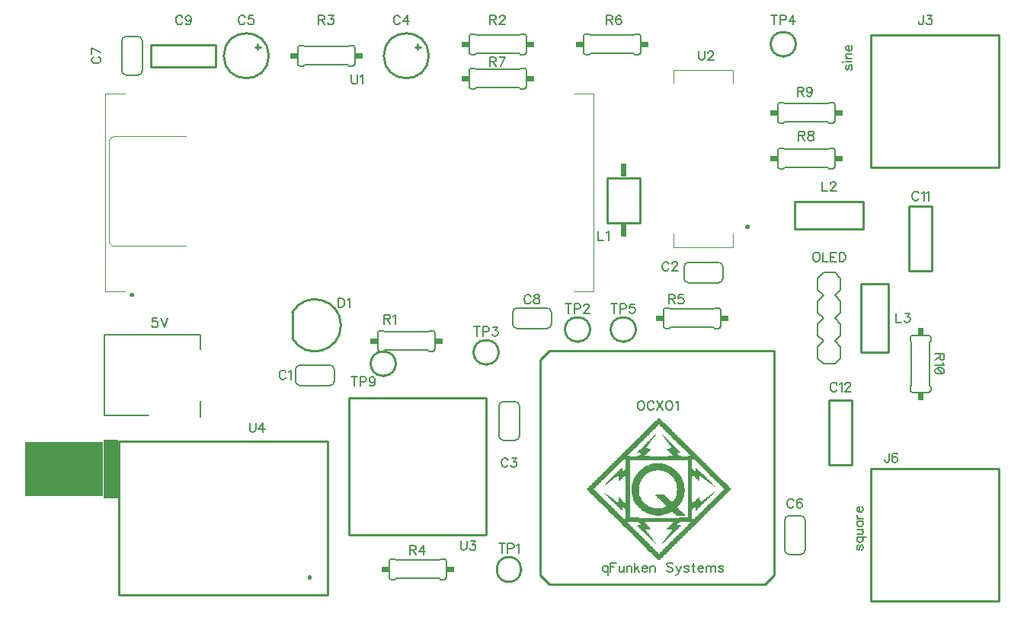
<source format=gto>
G04 DipTrace 4.3.0.4*
G04 GPSDO_simple.GTO*
%MOIN*%
G04 #@! TF.FileFunction,Legend,Top*
G04 #@! TF.Part,Single*
%ADD10C,0.009843*%
%ADD13C,0.004724*%
%ADD22C,0.008*%
%ADD25C,0.005997*%
%ADD97C,0.006176*%
%FSLAX26Y26*%
G04*
G70*
G90*
G75*
G01*
G04 TopSilk*
%LPD*%
X812811Y1350969D2*
D22*
Y1422541D1*
X391270Y1357619D2*
X584815D1*
X391270Y1711929D2*
X812535D1*
X812811Y1647720D1*
X391270Y1711929D2*
Y1357619D1*
X1397534Y1559802D2*
D25*
X1397535Y1509729D1*
G02X1377472Y1489735I-19864J-130D01*
G01*
X1397534Y1559802D2*
G03X1377470Y1579795I-19864J129D01*
G01*
X1247569Y1489732D2*
X1377472Y1489735D1*
X1227505Y1559799D2*
X1227506Y1509725D1*
X1247567Y1579793D2*
X1377470Y1579795D1*
X1247569Y1489732D2*
G02X1227506Y1509725I-199J19864D01*
G01*
X1247567Y1579793D2*
G03X1227505Y1559799I-198J-19864D01*
G01*
X3097534Y2009801D2*
Y1959727D1*
G02X3077471Y1939734I-19864J-130D01*
G01*
X3097534Y2009801D2*
G03X3077471Y2029794I-19864J130D01*
G01*
X2947568Y1939734D2*
X3077471D1*
X2927505Y2009801D2*
Y1959727D1*
X2947568Y2029794D2*
X3077471D1*
X2947568Y1939734D2*
G02X2927505Y1959727I-199J19864D01*
G01*
X2947568Y2029794D2*
G03X2927505Y2009801I-199J-19864D01*
G01*
X2137483Y1419778D2*
X2187556D1*
G02X2207550Y1399715I130J-19864D01*
G01*
X2137483Y1419778D2*
G03X2117490Y1399715I-130J-19864D01*
G01*
X2207550Y1269812D2*
Y1399715D1*
X2137483Y1249749D2*
X2187556D1*
X2117490Y1269812D2*
Y1399715D1*
X2207550Y1269812D2*
G02X2187556Y1249749I-19864J-199D01*
G01*
X2117490Y1269812D2*
G03X2137483Y1249749I19864J-199D01*
G01*
X1614091Y2934768D2*
D10*
G02X1614091Y2934768I98429J0D01*
G01*
X1751060Y2972784D2*
X1774643Y2972785D1*
X1762851Y2984595D2*
X1762853Y2960973D1*
X914091Y2934768D2*
G02X914091Y2934768I98429J0D01*
G01*
X1051061Y2972782D2*
X1074644Y2972783D1*
X1062852Y2984594D2*
X1062853Y2960972D1*
X3437558Y749750D2*
D25*
X3387485Y749749D1*
G02X3367491Y769812I-130J19864D01*
G01*
X3437558Y749750D2*
G03X3457551Y769813I129J19864D01*
G01*
X3367488Y899714D2*
X3367491Y769812D1*
X3437555Y919779D2*
X3387481Y919778D1*
X3457549Y899716D2*
X3457551Y769813D1*
X3367488Y899714D2*
G02X3387481Y919778I19864J199D01*
G01*
X3457549Y899716D2*
G03X3437555Y919779I-19864J198D01*
G01*
X487483Y3019778D2*
X537556D1*
G02X557550Y2999715I130J-19864D01*
G01*
X487483Y3019778D2*
G03X467490Y2999715I-130J-19864D01*
G01*
X557550Y2869812D2*
Y2999715D1*
X487483Y2849749D2*
X537556D1*
X467490Y2869812D2*
Y2999715D1*
X557550Y2869812D2*
G02X537556Y2849749I-19864J-199D01*
G01*
X467490Y2869812D2*
G03X487483Y2849749I19864J-199D01*
G01*
X2177505Y1759727D2*
Y1809801D1*
G02X2197568Y1829794I19864J130D01*
G01*
X2177505Y1759727D2*
G03X2197568Y1739734I19864J-130D01*
G01*
X2327471Y1829794D2*
X2197568D1*
X2347534Y1759727D2*
Y1809801D1*
X2327471Y1739734D2*
X2197568D1*
X2327471Y1829794D2*
G02X2347534Y1809801I199J-19864D01*
G01*
X2327471Y1739734D2*
G03X2347534Y1759727I199J19864D01*
G01*
X879253Y2885554D2*
D10*
X879251Y2983980D1*
X595786Y2983973D1*
X595788Y2885548D1*
X879253Y2885554D1*
X4011727Y2276498D2*
X3913301Y2276494D1*
X3913313Y1993030D1*
X4011738Y1993033D1*
X4011727Y2276498D1*
X3661727Y1426498D2*
X3563301Y1426494D1*
X3563313Y1143030D1*
X3661738Y1143033D1*
X3661727Y1426498D1*
X1214094Y1696507D2*
Y1810963D1*
G02X1214094Y1696507I98597J-57228D01*
G01*
X4305122Y3024760D2*
X3743642Y3024746D1*
X3743657Y2444982D1*
X4305137Y2444997D1*
X4305122Y3024760D1*
X4305130Y1124764D2*
X3743650D1*
Y545000D1*
X4305130D1*
Y1124764D1*
X2590669Y2203738D2*
X2734370D1*
Y2400580D1*
X2590669D1*
Y2203738D1*
G36*
X2650463Y2404573D2*
X2675295D1*
Y2461176D1*
X2650463D1*
Y2404573D1*
G37*
G36*
Y2143142D2*
X2674475D1*
Y2199009D1*
X2650463D1*
Y2143142D1*
G37*
X3712602Y2174768D2*
D10*
X3712598Y2294768D1*
X3412438Y2294759D2*
X3712598Y2294768D1*
X3412441Y2174759D2*
X3412438Y2294759D1*
X3412441Y2174759D2*
X3712602Y2174768D1*
X3702520Y1634684D2*
X3822520D1*
Y1934844D2*
Y1634684D1*
X3702520Y1934844D2*
X3822520D1*
X3702520D2*
Y1634684D1*
X3321213Y1642638D2*
Y658386D1*
X3281843Y619016D1*
X2336961D1*
X2297591Y658386D1*
Y1603268D1*
X2336961Y1642638D1*
X3321213D1*
X3512517Y1909763D2*
D22*
X3512516Y1959763D1*
X3537516Y1984763D1*
X3587516Y1984764D2*
X3612516Y1959765D1*
X3537520Y1784763D2*
X3512519Y1809763D1*
X3512518Y1859763D1*
X3537518Y1884763D1*
X3587518Y1884764D2*
X3612518Y1859765D1*
X3612519Y1809765D1*
X3587520Y1784764D1*
X3512517Y1909763D2*
X3537518Y1884763D1*
X3587518Y1884764D2*
X3612517Y1909765D1*
X3612516Y1959765D2*
X3612517Y1909765D1*
X3512523Y1609763D2*
X3512522Y1659763D1*
X3537522Y1684763D1*
X3587522Y1684764D2*
X3612522Y1659765D1*
X3537522Y1684763D2*
X3512521Y1709763D1*
X3512520Y1759763D1*
X3537520Y1784763D1*
X3587520Y1784764D2*
X3612520Y1759765D1*
X3612521Y1709765D1*
X3587522Y1684764D1*
X3537523Y1584763D2*
X3587523Y1584764D1*
X3512523Y1609763D2*
X3537523Y1584763D1*
X3587523Y1584764D2*
X3612523Y1609765D1*
X3612522Y1659765D2*
X3612523Y1609765D1*
X3537516Y1984763D2*
X3587516Y1984764D1*
X1587596Y1719793D2*
D25*
G02X1597738Y1729790I9666J338D01*
G01*
X1587596Y1649735D2*
G03X1597738Y1639738I9666J-338D01*
G01*
X1827302D2*
G03X1837444Y1649735I476J9660D01*
G01*
X1827302Y1729790D2*
G02X1837444Y1719793I476J-9660D01*
G01*
X1587596Y1649735D2*
Y1719793D1*
X1597738Y1729790D2*
X1612488D1*
X1617559Y1724747D2*
X1612488Y1729790D1*
X1597738Y1639738D2*
X1612488D1*
X1617559Y1644781D2*
X1612488Y1639738D1*
X1807480Y1724747D2*
X1812551Y1729790D1*
X1807480Y1724747D2*
X1617559D1*
X1807480Y1644781D2*
X1812551Y1639738D1*
X1807480Y1644781D2*
X1617559D1*
X1827302Y1729790D2*
X1812551D1*
X1827302Y1639738D2*
X1812551D1*
X1837444Y1649735D2*
Y1719793D1*
G36*
Y1696743D2*
Y1672785D1*
X1871555D1*
Y1696743D1*
X1837444D1*
G37*
G36*
X1553484D2*
Y1672785D1*
X1587596D1*
Y1696743D1*
X1553484D1*
G37*
X1987596Y3019793D2*
D25*
G02X1997738Y3029790I9666J338D01*
G01*
X1987596Y2949735D2*
G03X1997738Y2939738I9666J-338D01*
G01*
X2227302D2*
G03X2237444Y2949735I476J9660D01*
G01*
X2227302Y3029790D2*
G02X2237444Y3019793I476J-9660D01*
G01*
X1987596Y2949735D2*
Y3019793D1*
X1997738Y3029790D2*
X2012488D1*
X2017559Y3024747D2*
X2012488Y3029790D1*
X1997738Y2939738D2*
X2012488D1*
X2017559Y2944781D2*
X2012488Y2939738D1*
X2207480Y3024747D2*
X2212551Y3029790D1*
X2207480Y3024747D2*
X2017559D1*
X2207480Y2944781D2*
X2212551Y2939738D1*
X2207480Y2944781D2*
X2017559D1*
X2227302Y3029790D2*
X2212551D1*
X2227302Y2939738D2*
X2212551D1*
X2237444Y2949735D2*
Y3019793D1*
G36*
Y2996743D2*
Y2972785D1*
X2271555D1*
Y2996743D1*
X2237444D1*
G37*
G36*
X1953484D2*
Y2972785D1*
X1987596D1*
Y2996743D1*
X1953484D1*
G37*
X1237596Y2969793D2*
D25*
G02X1247738Y2979790I9666J338D01*
G01*
X1237596Y2899735D2*
G03X1247738Y2889738I9666J-338D01*
G01*
X1477302D2*
G03X1487444Y2899735I476J9660D01*
G01*
X1477302Y2979790D2*
G02X1487444Y2969793I476J-9660D01*
G01*
X1237596Y2899735D2*
Y2969793D1*
X1247738Y2979790D2*
X1262488D1*
X1267559Y2974747D2*
X1262488Y2979790D1*
X1247738Y2889738D2*
X1262488D1*
X1267559Y2894781D2*
X1262488Y2889738D1*
X1457480Y2974747D2*
X1462551Y2979790D1*
X1457480Y2974747D2*
X1267559D1*
X1457480Y2894781D2*
X1462551Y2889738D1*
X1457480Y2894781D2*
X1267559D1*
X1477302Y2979790D2*
X1462551D1*
X1477302Y2889738D2*
X1462551D1*
X1487444Y2899735D2*
Y2969793D1*
G36*
Y2946743D2*
Y2922785D1*
X1521555D1*
Y2946743D1*
X1487444D1*
G37*
G36*
X1203484D2*
Y2922785D1*
X1237596D1*
Y2946743D1*
X1203484D1*
G37*
X1637596Y719793D2*
D25*
G02X1647738Y729790I9666J338D01*
G01*
X1637596Y649735D2*
G03X1647738Y639738I9666J-338D01*
G01*
X1877302D2*
G03X1887444Y649735I476J9660D01*
G01*
X1877302Y729790D2*
G02X1887444Y719793I476J-9660D01*
G01*
X1637596Y649735D2*
Y719793D1*
X1647738Y729790D2*
X1662488D1*
X1667559Y724747D2*
X1662488Y729790D1*
X1647738Y639738D2*
X1662488D1*
X1667559Y644781D2*
X1662488Y639738D1*
X1857480Y724747D2*
X1862551Y729790D1*
X1857480Y724747D2*
X1667559D1*
X1857480Y644781D2*
X1862551Y639738D1*
X1857480Y644781D2*
X1667559D1*
X1877302Y729790D2*
X1862551D1*
X1877302Y639738D2*
X1862551D1*
X1887444Y649735D2*
Y719793D1*
G36*
Y696743D2*
Y672785D1*
X1921555D1*
Y696743D1*
X1887444D1*
G37*
G36*
X1603484D2*
Y672785D1*
X1637596D1*
Y696743D1*
X1603484D1*
G37*
X3087444Y1749735D2*
D25*
G02X3077302Y1739738I-9666J-338D01*
G01*
X3087444Y1819793D2*
G03X3077302Y1829790I-9666J338D01*
G01*
X2847738D2*
G03X2837596Y1819793I-476J-9660D01*
G01*
X2847738Y1739738D2*
G02X2837596Y1749735I-476J9660D01*
G01*
X3087444Y1819793D2*
Y1749735D1*
X3077302Y1739738D2*
X3062551D1*
X3057480Y1744781D2*
X3062551Y1739738D1*
X3077302Y1829790D2*
X3062551D1*
X3057480Y1824747D2*
X3062551Y1829790D1*
X2867559Y1744781D2*
X2862488Y1739738D1*
X2867559Y1744781D2*
X3057480D1*
X2867559Y1824747D2*
X2862488Y1829790D1*
X2867559Y1824747D2*
X3057480D1*
X2847738Y1739738D2*
X2862488D1*
X2847738Y1829790D2*
X2862488D1*
X2837596Y1819793D2*
Y1749735D1*
G36*
Y1772785D2*
Y1796743D1*
X2803484D1*
Y1772785D1*
X2837596D1*
G37*
G36*
X3121555D2*
Y1796743D1*
X3087444D1*
Y1772785D1*
X3121555D1*
G37*
X2737444Y2949738D2*
D25*
G02X2727303Y2939740I-9666J-338D01*
G01*
X2737443Y3019795D2*
G03X2727301Y3029793I-9666J337D01*
G01*
X2497737Y3029787D2*
G03X2487595Y3019790I-476J-9660D01*
G01*
X2497739Y2939735D2*
G02X2487597Y2949732I-476J9660D01*
G01*
X2737443Y3019795D2*
X2737444Y2949738D1*
X2727303Y2939740D2*
X2712552D1*
X2707481Y2944783D2*
X2712552Y2939740D1*
X2727301Y3029793D2*
X2712550Y3029792D1*
X2707479Y3024749D2*
X2712550Y3029792D1*
X2517560Y2944779D2*
X2512489Y2939735D1*
X2517560Y2944779D2*
X2707481Y2944783D1*
X2517558Y3024745D2*
X2512487Y3029788D1*
X2517558Y3024745D2*
X2707479Y3024749D1*
X2497739Y2939735D2*
X2512489D1*
X2497737Y3029787D2*
X2512487Y3029788D1*
X2487595Y3019790D2*
X2487597Y2949732D1*
G36*
X2487596Y2972782D2*
Y2996740D1*
X2453484Y2996739D1*
X2453485Y2972781D1*
X2487596Y2972782D1*
G37*
G36*
X2771555Y2972788D2*
Y2996746D1*
X2737443D1*
X2737444Y2972788D1*
X2771555D1*
G37*
X1987596Y2869793D2*
D25*
G02X1997738Y2879790I9666J338D01*
G01*
X1987596Y2799735D2*
G03X1997738Y2789738I9666J-338D01*
G01*
X2227302D2*
G03X2237444Y2799735I476J9660D01*
G01*
X2227302Y2879790D2*
G02X2237444Y2869793I476J-9660D01*
G01*
X1987596Y2799735D2*
Y2869793D1*
X1997738Y2879790D2*
X2012488D1*
X2017559Y2874747D2*
X2012488Y2879790D1*
X1997738Y2789738D2*
X2012488D1*
X2017559Y2794781D2*
X2012488Y2789738D1*
X2207480Y2874747D2*
X2212551Y2879790D1*
X2207480Y2874747D2*
X2017559D1*
X2207480Y2794781D2*
X2212551Y2789738D1*
X2207480Y2794781D2*
X2017559D1*
X2227302Y2879790D2*
X2212551D1*
X2227302Y2789738D2*
X2212551D1*
X2237444Y2799735D2*
Y2869793D1*
G36*
Y2846743D2*
Y2822785D1*
X2271555D1*
Y2846743D1*
X2237444D1*
G37*
G36*
X1953484D2*
Y2822785D1*
X1987596D1*
Y2846743D1*
X1953484D1*
G37*
X3337595Y2519789D2*
D25*
G02X3347736Y2529787I9666J338D01*
G01*
X3337597Y2449731D2*
G03X3347739Y2439734I9666J-337D01*
G01*
X3577303Y2439741D2*
G03X3587445Y2449739I476J9660D01*
G01*
X3577301Y2529793D2*
G02X3587443Y2519796I476J-9660D01*
G01*
X3337597Y2449731D2*
X3337595Y2519789D1*
X3347736Y2529787D2*
X3362487D1*
X3367558Y2524744D2*
X3362487Y2529787D1*
X3347739Y2439734D2*
X3362490Y2439735D1*
X3367560Y2444778D2*
X3362490Y2439735D1*
X3557479Y2524750D2*
X3562550Y2529793D1*
X3557479Y2524750D2*
X3367558Y2524744D1*
X3557481Y2444784D2*
X3562553Y2439740D1*
X3557481Y2444784D2*
X3367560Y2444778D1*
X3577301Y2529793D2*
X3562550D1*
X3577303Y2439741D2*
X3562553Y2439740D1*
X3587445Y2449739D2*
X3587443Y2519796D1*
G36*
Y2496746D2*
X3587444Y2472788D1*
X3621555Y2472789D1*
Y2496747D1*
X3587443Y2496746D1*
G37*
G36*
X3303484Y2496738D2*
X3303485Y2472780D1*
X3337596Y2472781D1*
X3337595Y2496739D1*
X3303484Y2496738D1*
G37*
X3337595Y2719789D2*
D25*
G02X3347736Y2729787I9666J338D01*
G01*
X3337597Y2649731D2*
G03X3347739Y2639734I9666J-337D01*
G01*
X3577303Y2639741D2*
G03X3587445Y2649739I476J9660D01*
G01*
X3577301Y2729793D2*
G02X3587443Y2719796I476J-9660D01*
G01*
X3337597Y2649731D2*
X3337595Y2719789D1*
X3347736Y2729787D2*
X3362487D1*
X3367558Y2724744D2*
X3362487Y2729787D1*
X3347739Y2639734D2*
X3362490Y2639735D1*
X3367560Y2644778D2*
X3362490Y2639735D1*
X3557479Y2724750D2*
X3562550Y2729793D1*
X3557479Y2724750D2*
X3367558Y2724744D1*
X3557481Y2644784D2*
X3562553Y2639740D1*
X3557481Y2644784D2*
X3367560Y2644778D1*
X3577301Y2729793D2*
X3562550D1*
X3577303Y2639741D2*
X3562553Y2639740D1*
X3587445Y2649739D2*
X3587443Y2719796D1*
G36*
Y2696746D2*
X3587444Y2672788D1*
X3621555Y2672789D1*
Y2696747D1*
X3587443Y2696746D1*
G37*
G36*
X3303484Y2696738D2*
X3303485Y2672780D1*
X3337596Y2672781D1*
X3337595Y2696739D1*
X3303484Y2696738D1*
G37*
X3997549Y1709688D2*
D25*
G02X4007546Y1699546I338J-9666D01*
G01*
X3927491Y1709688D2*
G03X3917493Y1699546I-338J-9666D01*
G01*
Y1469982D2*
G03X3927491Y1459840I9660J-476D01*
G01*
X4007546Y1469982D2*
G02X3997549Y1459840I-9660J-476D01*
G01*
X3927491Y1709688D2*
X3997549D1*
X4007546Y1699546D2*
Y1684795D1*
X4002503Y1679724D2*
X4007546Y1684795D1*
X3917493Y1699546D2*
Y1684795D1*
X3922537Y1679724D2*
X3917493Y1684795D1*
X4002503Y1489803D2*
X4007546Y1484732D1*
X4002503Y1489803D2*
Y1679724D1*
X3922537Y1489803D2*
X3917493Y1484732D1*
X3922537Y1489803D2*
Y1679724D1*
X4007546Y1469982D2*
Y1484732D1*
X3917493Y1469982D2*
Y1484732D1*
X3927491Y1459840D2*
X3997549D1*
G36*
X3974499D2*
X3950541D1*
Y1425728D1*
X3974499D1*
Y1459840D1*
G37*
G36*
Y1743799D2*
X3950541D1*
Y1709688D1*
X3974499D1*
Y1743799D1*
G37*
X2108484Y685783D2*
D10*
Y682238D1*
G03X2214516Y682238I53016J0D01*
G01*
Y685783D1*
G03X2108484Y685783I-53016J0D01*
G01*
X2463539Y1788799D2*
X2459993D1*
G03X2459993Y1682768I0J-53016D01*
G01*
X2463539D1*
G03X2463539Y1788799I0J53016D01*
G01*
X2063539Y1688799D2*
X2059993D1*
G03X2059993Y1582768I0J-53016D01*
G01*
X2063539D1*
G03X2063539Y1688799I0J53016D01*
G01*
X3363539Y3038799D2*
X3359993D1*
G03X3359993Y2932768I0J-53016D01*
G01*
X3363539D1*
G03X3363539Y3038799I0J53016D01*
G01*
X2663539Y1788799D2*
X2659993D1*
G03X2659993Y1682768I0J-53016D01*
G01*
X2663539D1*
G03X2663539Y1788799I0J53016D01*
G01*
X1613539Y1638799D2*
X1609993D1*
G03X1609993Y1532768I0J-53016D01*
G01*
X1613539D1*
G03X1613539Y1638799I0J53016D01*
G01*
X480630Y2767539D2*
D13*
X394409Y2767541D1*
Y1901988D1*
X480630D1*
X2444409Y2767539D2*
X2530630D1*
Y1901988D1*
X2444409D1*
G36*
X502677Y1887421D2*
X502761Y1888706D1*
X503013Y1889969D1*
X503426Y1891188D1*
X503996Y1892343D1*
X504711Y1893413D1*
X505560Y1894381D1*
X506528Y1895230D1*
X507598Y1895945D1*
X508753Y1896515D1*
X509972Y1896928D1*
X511235Y1897180D1*
X512520Y1897264D1*
X513804Y1897180D1*
X515067Y1896928D1*
X516286Y1896515D1*
X517441Y1895945D1*
X518511Y1895230D1*
X519479Y1894381D1*
X520328Y1893413D1*
X521044Y1892343D1*
X521613Y1891188D1*
X522027Y1889969D1*
X522278Y1888706D1*
X522362Y1887421D1*
D1*
X522278Y1886137D1*
X522027Y1884874D1*
X521613Y1883655D1*
X521044Y1882500D1*
X520328Y1881430D1*
X519479Y1880462D1*
X518511Y1879613D1*
X517441Y1878897D1*
X516286Y1878328D1*
X515067Y1877914D1*
X513804Y1877663D1*
X512520Y1877579D1*
X511235Y1877663D1*
X509972Y1877914D1*
X508753Y1878328D1*
X507598Y1878897D1*
X506528Y1879613D1*
X505560Y1880462D1*
X504711Y1881430D1*
X503996Y1882500D1*
X503426Y1883655D1*
X503013Y1884874D1*
X502761Y1886137D1*
X502677Y1887421D1*
D1*
G37*
X410748Y2341457D2*
D13*
Y2124921D1*
X412323Y2116654D1*
X417835Y2108386D1*
X426102Y2102874D1*
X434370Y2101299D1*
X748219D1*
X410748Y2341457D2*
Y2557992D1*
X412323Y2566260D1*
X417835Y2574528D1*
X426102Y2580039D1*
X434370Y2581614D1*
X748219D1*
X2882598Y2155236D2*
Y2096969D1*
X3142441D1*
Y2155236D1*
X2882598Y2814291D2*
Y2872559D1*
X3142441D1*
Y2814291D1*
G36*
X3205827Y2174921D2*
X3204542Y2175005D1*
X3203279Y2175257D1*
X3202060Y2175670D1*
X3200906Y2176240D1*
X3199835Y2176955D1*
X3198867Y2177804D1*
X3198018Y2178772D1*
X3197303Y2179843D1*
X3196733Y2180997D1*
X3196320Y2182216D1*
X3196068Y2183479D1*
X3195984Y2184764D1*
X3196068Y2186048D1*
X3196320Y2187311D1*
X3196733Y2188530D1*
X3197303Y2189685D1*
X3198018Y2190756D1*
X3198867Y2191723D1*
X3199835Y2192572D1*
X3200906Y2193288D1*
X3202060Y2193857D1*
X3203279Y2194271D1*
X3204542Y2194522D1*
X3205827Y2194606D1*
D1*
X3207111Y2194522D1*
X3208374Y2194271D1*
X3209593Y2193857D1*
X3210748Y2193288D1*
X3211819Y2192572D1*
X3212786Y2191723D1*
X3213635Y2190756D1*
X3214351Y2189685D1*
X3214920Y2188530D1*
X3215334Y2187311D1*
X3215585Y2186048D1*
X3215669Y2184764D1*
X3215585Y2183479D1*
X3215334Y2182216D1*
X3214920Y2180997D1*
X3214351Y2179843D1*
X3213635Y2178772D1*
X3212786Y2177804D1*
X3211819Y2176955D1*
X3210748Y2176240D1*
X3209593Y2175670D1*
X3208374Y2175257D1*
X3207111Y2175005D1*
X3205827Y2174921D1*
D1*
G37*
X2062520Y1434764D2*
D10*
X1462520D1*
Y834764D1*
X2062520D1*
Y1434764D1*
X456270Y1247264D2*
Y572264D1*
X1368770D1*
Y1247264D1*
X456270D1*
G36*
X46743Y1240777D2*
Y1004277D1*
X386743D1*
Y1240777D1*
X46743D1*
G37*
G36*
X1280176Y649921D2*
X1280260Y651206D1*
X1280511Y652469D1*
X1280925Y653688D1*
X1281495Y654843D1*
X1282210Y655913D1*
X1283059Y656881D1*
X1284027Y657730D1*
X1285097Y658445D1*
X1286252Y659015D1*
X1287471Y659428D1*
X1288734Y659680D1*
X1290018Y659764D1*
X1291303Y659680D1*
X1292566Y659428D1*
X1293785Y659015D1*
X1294940Y658445D1*
X1296010Y657730D1*
X1296978Y656881D1*
X1297827Y655913D1*
X1298542Y654843D1*
X1299112Y653688D1*
X1299526Y652469D1*
X1299777Y651206D1*
X1299861Y649921D1*
D1*
X1299777Y648637D1*
X1299526Y647374D1*
X1299112Y646155D1*
X1298542Y645000D1*
X1297827Y643930D1*
X1296978Y642962D1*
X1296010Y642113D1*
X1294940Y641397D1*
X1293785Y640828D1*
X1292566Y640414D1*
X1291303Y640163D1*
X1290018Y640079D1*
X1288734Y640163D1*
X1287471Y640414D1*
X1286252Y640828D1*
X1285097Y641397D1*
X1284027Y642113D1*
X1283059Y642962D1*
X1282210Y643930D1*
X1281495Y645000D1*
X1280925Y646155D1*
X1280511Y647374D1*
X1280260Y648637D1*
X1280176Y649921D1*
D1*
G37*
G36*
X387394Y1252121D2*
Y996121D1*
X451394D1*
Y1252121D1*
X387394D1*
G37*
G36*
X2672944Y1162275D2*
Y1125944D1*
X2670722Y1124843D1*
X2669612Y1123742D1*
X2668501Y1121540D1*
Y1120439D1*
X2666279Y1118237D1*
X2663687Y1117136D1*
X2661095D1*
X2658503Y1118237D1*
Y1130348D1*
X2656282Y1131449D1*
X2654060Y1130348D1*
Y1128146D1*
X2652949Y1127045D1*
X2650728Y1125944D1*
X2649617Y1124843D1*
X2649252Y1123507D1*
X2648506Y1122641D1*
X2645174Y1121540D1*
X2644063Y1119338D1*
X2640730Y1117136D1*
X2639620Y1114934D1*
X2639255Y1113599D1*
X2638509Y1112732D1*
X2636287Y1111631D1*
X2635922Y1110296D1*
X2635176Y1109430D1*
X2630733Y1107228D1*
X2626290Y1102824D1*
Y1100622D1*
X2625179Y1099521D1*
X2622958Y1098420D1*
X2621847Y1097319D1*
X2621482Y1095983D1*
X2620736Y1095117D1*
X2617403Y1094016D1*
X2616293Y1091814D1*
X2612960Y1089612D1*
X2611849Y1087410D1*
X2611484Y1086075D1*
X2610739Y1085208D1*
X2608517Y1084107D1*
X2608152Y1082772D1*
X2607406Y1081906D1*
X2602963Y1079704D1*
X2598520Y1075300D1*
Y1073098D1*
X2597409Y1071997D1*
X2595187Y1070896D1*
X2594076Y1069795D1*
X2593711Y1068459D1*
X2592966Y1067593D1*
X2589633Y1066492D1*
X2589078Y1065391D1*
X2588424Y1064240D1*
X2587403Y1063186D1*
X2585190Y1060987D1*
Y1057685D1*
X2580747Y1056584D1*
Y1053281D1*
X2584079D1*
Y1055483D1*
X2585190Y1056584D1*
X2588522Y1057685D1*
X2591855Y1059886D1*
X2597409Y1063189D1*
Y1065391D1*
X2599631Y1066492D1*
X2602963Y1067593D1*
Y1069795D1*
X2607406Y1070896D1*
X2616293Y1077502D1*
Y1079704D1*
X2620736Y1080805D1*
X2621847Y1081906D1*
X2622063Y1082686D1*
X2622958Y1084107D1*
X2626290Y1085208D1*
X2628512Y1086309D1*
Y1087410D1*
X2630733Y1089612D1*
X2635176Y1090713D1*
Y1092915D1*
X2637028Y1094016D1*
X2638879D1*
X2640730Y1092915D1*
Y1070896D1*
X2644063D1*
X2645174Y1073098D1*
X2649617Y1076401D1*
X2658503Y1085208D1*
Y1087410D1*
X2659614Y1088511D1*
X2662947Y1089612D1*
X2664057Y1091814D1*
X2667390Y1094016D1*
X2668501Y1095117D1*
X2669330Y1095824D1*
X2669906Y1095760D1*
X2670722Y1095117D1*
X2672944Y1094016D1*
Y979517D1*
X2671833Y978416D1*
Y976214D1*
X2670479Y975065D1*
X2669191Y975206D1*
X2668138Y976481D1*
X2668501Y977315D1*
X2661836Y983920D1*
X2658503Y986122D1*
X2656282Y988324D1*
X2654060Y991627D1*
X2648506Y997132D1*
X2645174Y998233D1*
X2644063Y999334D1*
Y1001536D1*
X2640730D1*
Y980617D1*
X2639620Y979517D1*
X2638139Y978416D1*
X2636657D1*
X2635176Y979517D1*
Y980617D1*
X2632955Y982819D1*
X2629622Y983920D1*
X2627401Y985021D1*
X2626083Y986259D1*
X2626290Y987223D1*
X2621847Y989425D1*
X2620736Y990526D1*
Y992728D1*
X2616293Y994930D1*
X2615182Y996031D1*
X2608517Y999334D1*
X2607200Y1000571D1*
X2607406Y1001536D1*
X2602963Y1002637D1*
Y1004839D1*
X2601852Y1005939D1*
X2598520Y1007040D1*
X2597202Y1008278D1*
X2597409Y1009242D1*
X2596298Y1010343D1*
X2589633Y1013646D1*
X2582968Y1020252D1*
X2580747D1*
X2579636Y1018050D1*
X2582968Y1014747D1*
X2584054Y1013592D1*
X2584970Y1012217D1*
X2585190Y1011444D1*
X2587412Y1010343D1*
X2589633Y1008141D1*
Y1007040D1*
X2592966Y1005939D1*
X2594076Y1004839D1*
Y1002637D1*
X2596298Y1001536D1*
X2598520Y999334D1*
Y998233D1*
X2600741Y997132D1*
X2602963Y994930D1*
Y993829D1*
X2607406Y990526D1*
X2608301Y989105D1*
X2608517Y988324D1*
X2610739Y987223D1*
X2612960Y985021D1*
Y983920D1*
X2615182Y982819D1*
X2617403Y980617D1*
Y979517D1*
X2620736Y978416D1*
X2621847Y977315D1*
Y975113D1*
X2624068Y974012D1*
X2626290Y971810D1*
Y970709D1*
X2628512Y969608D1*
X2630733Y967406D1*
Y966305D1*
X2635176Y963002D1*
X2636071Y961581D1*
X2636287Y960800D1*
X2638509Y959699D1*
X2640730Y957497D1*
Y956396D1*
X2642952Y955295D1*
X2645174Y953094D1*
Y951993D1*
X2648506Y950892D1*
X2649617Y949791D1*
Y947589D1*
X2651839Y946488D1*
X2654060Y944286D1*
Y943185D1*
X2656282Y942084D1*
X2657393D1*
X2658503Y943185D1*
Y955295D1*
X2660355Y956396D1*
X2662206D1*
X2664057Y955295D1*
Y954194D1*
X2668501Y950892D1*
X2669612Y949791D1*
Y947589D1*
X2672944Y946488D1*
Y902449D1*
X2671093Y901349D1*
X2669241D1*
X2667390Y902449D1*
Y904651D1*
X2664057Y905752D1*
X2662947Y906853D1*
Y909055D1*
X2661836Y910156D1*
X2657393Y911257D1*
Y914560D1*
X2654060Y915661D1*
X2652949Y916762D1*
Y918964D1*
X2648506Y920065D1*
Y923368D1*
X2645174Y924469D1*
X2643856Y925706D1*
X2644063Y926671D1*
X2642952Y927771D1*
X2640730Y928872D1*
X2639620Y929973D1*
Y932175D1*
X2635176Y933276D1*
Y936579D1*
X2634066Y937680D1*
X2630733Y938781D1*
X2629622Y939882D1*
Y942084D1*
X2625179Y943185D1*
Y945387D1*
X2624068Y946488D1*
X2621847Y947589D1*
X2620736Y948690D1*
Y950892D1*
X2617403Y951993D1*
X2616293Y953094D1*
Y955295D1*
X2612960Y956396D1*
X2611643Y957634D1*
X2611849Y958598D1*
X2610739Y959699D1*
X2608517Y960800D1*
X2607406Y961901D1*
Y964103D1*
X2606295Y965204D1*
X2602963Y966305D1*
X2601646Y967543D1*
X2601852Y968507D1*
X2600741Y969608D1*
X2598520Y970709D1*
X2597409Y971810D1*
Y974012D1*
X2592966Y975113D1*
Y978416D1*
X2589633Y979517D1*
X2588522Y980617D1*
Y982819D1*
X2585190Y983920D1*
X2583873Y985158D1*
X2584079Y986122D1*
X2582968Y987223D1*
X2580747Y988324D1*
X2579636Y989425D1*
Y991627D1*
X2578525Y992728D1*
X2574082Y993829D1*
Y996031D1*
X2572971Y997132D1*
X2570749Y998233D1*
X2569639Y999334D1*
Y1001536D1*
X2566306Y1002637D1*
X2565195Y1003738D1*
Y1005939D1*
X2560752Y1007040D1*
Y1009242D1*
X2559641Y1010343D1*
X2557420Y1011444D1*
X2556309Y1012545D1*
Y1014747D1*
X2552977Y1015848D1*
X2551866Y1016949D1*
Y1019151D1*
X2550755Y1020252D1*
X2547422Y1021353D1*
X2546312Y1022454D1*
Y1024656D1*
X2541868Y1025757D1*
Y1029060D1*
X2538536Y1030161D1*
X2537425Y1031262D1*
Y1033463D1*
X2534093Y1034564D1*
X2532982Y1035665D1*
Y1037867D1*
X2534093Y1038968D1*
X2537425Y1040069D1*
Y1042271D1*
X2538536Y1043372D1*
X2541868Y1044473D1*
Y1046675D1*
X2542979Y1047776D1*
X2546312Y1048877D1*
Y1051079D1*
X2547422Y1052180D1*
X2550755Y1053281D1*
X2556309Y1058785D1*
Y1060987D1*
X2557420Y1062088D1*
X2560752Y1063189D1*
Y1065391D1*
X2561863Y1066492D1*
X2565195Y1067593D1*
Y1069795D1*
X2566306Y1070896D1*
X2569639Y1071997D1*
Y1074199D1*
X2570749Y1075300D1*
X2574082Y1076401D1*
Y1078603D1*
X2575193Y1079704D1*
X2578525Y1080805D1*
X2584079Y1086309D1*
Y1088511D1*
X2585190Y1089612D1*
X2588522Y1090713D1*
Y1092915D1*
X2589633Y1094016D1*
X2592966Y1095117D1*
Y1097319D1*
X2594076Y1098420D1*
X2597409Y1099521D1*
Y1101723D1*
X2598520Y1102824D1*
X2601852Y1103925D1*
Y1106127D1*
X2602963Y1107228D1*
X2606295Y1108329D1*
X2611849Y1113833D1*
Y1116035D1*
X2612960Y1117136D1*
X2616293Y1118237D1*
Y1120439D1*
X2617403Y1121540D1*
X2620736Y1122641D1*
Y1124843D1*
X2621847Y1125944D1*
X2625179Y1127045D1*
Y1129247D1*
X2626290Y1130348D1*
X2629622Y1131449D1*
Y1133651D1*
X2630733Y1134752D1*
X2634066Y1135853D1*
X2639620Y1141357D1*
Y1143559D1*
X2640730Y1144660D1*
X2644063Y1145761D1*
Y1147963D1*
X2645174Y1149064D1*
X2648506Y1150165D1*
Y1152367D1*
X2649617Y1153468D1*
X2652949Y1154569D1*
Y1156771D1*
X2654060Y1157872D1*
X2657393Y1158973D1*
Y1161175D1*
X2658503Y1162275D1*
X2661836Y1163376D1*
X2667390Y1168881D1*
Y1171083D1*
X2636287D1*
Y1167780D1*
X2631844Y1166679D1*
Y1164477D1*
X2630733Y1163376D1*
X2627401Y1162275D1*
Y1160074D1*
X2626290Y1158973D1*
X2622958Y1157872D1*
Y1154569D1*
X2621847Y1153468D1*
X2617403Y1152367D1*
Y1150165D1*
X2616293Y1149064D1*
X2612960Y1147963D1*
Y1145761D1*
X2611849Y1144660D1*
X2608517Y1143559D1*
Y1140256D1*
X2604074Y1139155D1*
Y1136953D1*
X2602963Y1135853D1*
X2599631Y1134752D1*
Y1132550D1*
X2598520Y1131449D1*
X2595187Y1130348D1*
Y1127045D1*
X2594076Y1125944D1*
X2589633Y1124843D1*
Y1122641D1*
X2588522Y1121540D1*
X2585190Y1120439D1*
Y1118237D1*
X2584079Y1117136D1*
X2580747Y1116035D1*
Y1112732D1*
X2576304Y1111631D1*
Y1109430D1*
X2575193Y1108329D1*
X2571860Y1107228D1*
Y1105026D1*
X2570749Y1103925D1*
X2567417Y1102824D1*
Y1099521D1*
X2566306Y1098420D1*
X2561863Y1097319D1*
Y1095117D1*
X2560752Y1094016D1*
X2557420Y1092915D1*
Y1090713D1*
X2556309Y1089612D1*
X2552977Y1088511D1*
Y1085208D1*
X2548533Y1084107D1*
Y1081906D1*
X2547422Y1080805D1*
X2544090Y1079704D1*
Y1077502D1*
X2542979Y1076401D1*
X2539647Y1075300D1*
Y1071997D1*
X2538536Y1070896D1*
X2535204Y1069795D1*
X2534093Y1068694D1*
X2533728Y1067358D1*
X2532982Y1066492D1*
X2529650Y1065391D1*
Y1063189D1*
X2528539Y1062088D1*
X2525206Y1060987D1*
Y1057685D1*
X2520763Y1056584D1*
Y1054382D1*
X2519652Y1053281D1*
X2516320Y1052180D1*
Y1049978D1*
X2515209Y1048877D1*
X2511877Y1047776D1*
Y1044473D1*
X2510766Y1043372D1*
X2506323Y1042271D1*
Y1040069D1*
X2505212Y1038968D1*
X2501879Y1037867D1*
Y1035665D1*
X2505212Y1034564D1*
X2506323Y1033463D1*
Y1030161D1*
X2510766Y1027959D1*
X2511661Y1026537D1*
X2511877Y1025757D1*
X2529650Y1008141D1*
X2534093Y1005939D1*
Y1002637D1*
X2538536Y1000435D1*
X2539431Y999013D1*
X2539647Y998233D1*
X2542979Y996031D1*
X2543874Y994609D1*
X2544090Y993829D1*
X2557420Y980617D1*
X2561863Y978416D1*
Y975113D1*
X2566306Y972911D1*
X2567201Y971489D1*
X2567417Y970709D1*
X2585190Y953094D1*
X2589633Y950892D1*
Y947589D1*
X2594076Y945387D1*
X2594971Y943965D1*
X2595187Y943185D1*
X2612960Y925570D1*
X2617403Y923368D1*
Y920065D1*
X2621847Y917863D1*
X2622742Y916441D1*
X2622958Y915661D1*
X2626290Y913459D1*
X2627185Y912038D1*
X2627401Y911257D1*
X2636287Y902449D1*
X2638509Y901349D1*
X2963976D1*
Y904651D1*
X2962865Y905752D1*
Y946488D1*
X2963976Y947589D1*
Y949791D1*
X2965087Y950892D1*
X2968419Y951993D1*
Y953094D1*
X2970641Y955295D1*
X2973973Y956396D1*
X2974803Y957103D1*
X2975378Y957039D1*
X2976195Y956396D1*
X2978417Y954194D1*
Y943185D1*
X2979527Y942084D1*
X2980638D1*
X2982860Y943185D1*
X2987303Y947589D1*
Y949791D1*
X2988414Y950892D1*
X2990635Y951993D1*
X2991746Y953094D1*
X2991962Y953874D1*
X2992857Y955295D1*
X2996189Y956396D1*
X2997300Y958598D1*
X3000633Y960800D1*
X3001744Y963002D1*
X3001959Y963783D1*
X3002854Y965204D1*
X3005076Y966305D1*
X3005292Y967085D1*
X3006187Y968507D1*
X3010630Y970709D1*
X3015073Y975113D1*
Y977315D1*
X3016184Y978416D1*
X3018406Y979517D1*
X3019516Y980617D1*
X3019732Y981398D1*
X3020627Y982819D1*
X3023960Y983920D1*
X3025071Y986122D1*
X3028403Y988324D1*
X3029514Y990526D1*
X3029730Y991307D1*
X3030625Y992728D1*
X3032846Y993829D1*
X3033062Y994609D1*
X3033957Y996031D1*
X3038400Y998233D1*
X3042843Y1002637D1*
Y1004839D1*
X3043954Y1005939D1*
X3046176Y1007040D1*
X3047287Y1008141D1*
X3047503Y1008922D1*
X3048398Y1010343D1*
X3051730Y1011444D1*
X3052285Y1012545D1*
X3052891Y1013548D1*
X3053962Y1014723D1*
X3056173Y1016949D1*
Y1019151D1*
X3057284Y1020252D1*
X3060616Y1021353D1*
Y1023555D1*
X3059506Y1024656D1*
X3058395D1*
X3057284Y1023555D1*
Y1021353D1*
X3052841Y1020252D1*
Y1016949D1*
X3048398Y1015848D1*
X3045065Y1012545D1*
X3042843Y1011444D1*
X3039511Y1010343D1*
Y1008141D1*
X3037289Y1007040D1*
X3033957Y1005939D1*
Y1003738D1*
X3032846Y1002637D1*
X3029514Y1001536D1*
X3026181Y998233D1*
X3023960Y997132D1*
X3020627Y996031D1*
Y993829D1*
X3016184Y992728D1*
X3015073Y990526D1*
X3011741Y988324D1*
X3007298Y986122D1*
X3006932Y984787D1*
X3006187Y983920D1*
X3002854Y982819D1*
X2999522Y979517D1*
X2998344Y978321D1*
X2997769Y978500D1*
X2997300Y979517D1*
X2996189Y1000435D1*
X2995079Y1001536D1*
X2992857D1*
X2991746Y1000435D1*
X2987303Y997132D1*
X2982860Y992728D1*
Y990526D1*
X2981749Y989425D1*
X2978417Y988324D1*
X2977306Y986122D1*
X2973973Y983920D1*
X2972862Y981718D1*
X2969530Y979517D1*
X2968419Y977315D1*
Y976214D1*
X2966938Y975113D1*
X2965457D1*
X2963976Y976214D1*
Y979517D1*
X2962865Y980617D1*
Y1092915D1*
X2963976Y1094016D1*
X2965087Y1097319D1*
X2965916Y1098026D1*
X2966492Y1097962D1*
X2967308Y1097319D1*
X2969530Y1094016D1*
X2971752Y1092915D1*
X2973973Y1090713D1*
Y1089612D1*
X2976195Y1088511D1*
X2977090Y1087090D1*
X2977306Y1086309D1*
X2979527Y1084107D1*
X2981749Y1083007D1*
X2982644Y1081585D1*
X2982860Y1080805D1*
X2985081Y1079704D1*
X2987303Y1077502D1*
Y1076401D1*
X2992857Y1070896D1*
X2995079D1*
X2996189Y1073098D1*
Y1092915D1*
X2998041Y1094016D1*
X2999892D1*
X3001744Y1092915D1*
Y1090713D1*
X3006187Y1088511D1*
X3007082Y1087090D1*
X3007298Y1086309D1*
X3010630Y1085208D1*
X3012852Y1084107D1*
X3015073Y1081906D1*
Y1080805D1*
X3019516Y1078603D1*
X3020411Y1077181D1*
X3020627Y1076401D1*
X3025071Y1074199D1*
X3025965Y1072777D1*
X3026181Y1071997D1*
X3029514Y1070896D1*
X3031735Y1069795D1*
X3035068Y1066492D1*
X3038400Y1065391D1*
X3039295Y1063970D1*
X3039511Y1063189D1*
X3042843Y1062088D1*
X3045065Y1059886D1*
Y1058785D1*
X3047287Y1057685D1*
X3050619Y1056584D1*
X3052841Y1055483D1*
Y1053281D1*
X3057284Y1052180D1*
Y1049978D1*
X3058395Y1048877D1*
X3060616D1*
Y1052180D1*
X3056173Y1053281D1*
Y1056584D1*
X3052841Y1057685D1*
X3051730Y1058785D1*
Y1060987D1*
X3032846Y1079704D1*
X3029514Y1081906D1*
X3028196Y1083143D1*
X3028403Y1084107D1*
X3009519Y1102824D1*
X3006187Y1105026D1*
X3004869Y1106263D1*
X3005076Y1107228D1*
X3001744Y1109430D1*
X3000426Y1110667D1*
X3000633Y1111631D1*
X2997300Y1113833D1*
X2995983Y1115071D1*
X2996189Y1116035D1*
X2981749Y1130348D1*
X2978417D1*
Y1119338D1*
X2976195Y1117136D1*
X2975017Y1115940D1*
X2974442Y1116119D1*
X2973973Y1117136D1*
X2969530Y1119338D1*
X2968213Y1120576D1*
X2968419Y1121540D1*
X2965087Y1122641D1*
X2963976Y1123742D1*
Y1125944D1*
X2962865Y1127045D1*
Y1166679D1*
X2963976Y1167780D1*
Y1171083D1*
X2965827Y1172184D1*
X2967679D1*
X2969530Y1171083D1*
Y1167780D1*
X2972862Y1166679D1*
X2973973Y1165578D1*
Y1163376D1*
X2978417Y1162275D1*
Y1158973D1*
X2982860Y1157872D1*
Y1155670D1*
X2993968Y1144660D1*
X2997300Y1143559D1*
Y1140256D1*
X3000633Y1139155D1*
X3001744Y1138054D1*
Y1135853D1*
X3006187Y1134752D1*
Y1131449D1*
X3010630Y1130348D1*
Y1128146D1*
X3021738Y1117136D1*
X3025071Y1116035D1*
Y1112732D1*
X3029514Y1111631D1*
Y1108329D1*
X3033957Y1107228D1*
Y1103925D1*
X3038400Y1102824D1*
Y1100622D1*
X3049508Y1089612D1*
X3052841Y1088511D1*
Y1085208D1*
X3056173Y1084107D1*
X3057284Y1083007D1*
Y1080805D1*
X3061727Y1079704D1*
Y1076401D1*
X3066170Y1075300D1*
Y1073098D1*
X3077279Y1062088D1*
X3080611Y1060987D1*
Y1057685D1*
X3085054Y1056584D1*
Y1053281D1*
X3088387Y1052180D1*
X3089497Y1051079D1*
Y1048877D1*
X3093941Y1047776D1*
Y1045574D1*
X3097273Y1042271D1*
X3098359Y1041116D1*
X3099275Y1039741D1*
X3099495Y1038968D1*
X3102827Y1037867D1*
Y1035665D1*
X3100606Y1034564D1*
X3099495Y1033463D1*
Y1031262D1*
X3098384Y1030161D1*
X3095052Y1029060D1*
Y1026858D1*
X3093941Y1025757D1*
X3090608Y1024656D1*
X3085054Y1019151D1*
Y1016949D1*
X3083943Y1015848D1*
X3080611Y1014747D1*
Y1012545D1*
X3079500Y1011444D1*
X3076168Y1010343D1*
Y1008141D1*
X3075057Y1007040D1*
X3071725Y1005939D1*
Y1003738D1*
X3070614Y1002637D1*
X3067281Y1001536D1*
Y999334D1*
X3066170Y998233D1*
X3062838Y997132D1*
X3057284Y991627D1*
Y989425D1*
X3056173Y988324D1*
X3052841Y987223D1*
Y985021D1*
X3051730Y983920D1*
X3048398Y982819D1*
Y980617D1*
X3047287Y979517D1*
X3043954Y978416D1*
Y976214D1*
X3042843Y975113D1*
X3039511Y974012D1*
Y971810D1*
X3038400Y970709D1*
X3035068Y969608D1*
X3029514Y964103D1*
Y961901D1*
X3028403Y960800D1*
X3025071Y959699D1*
Y957497D1*
X3023960Y956396D1*
X3020627Y955295D1*
Y953094D1*
X3019516Y951993D1*
X3016184Y950892D1*
Y948690D1*
X3015073Y947589D1*
X3011741Y946488D1*
Y944286D1*
X3010630Y943185D1*
X3007298Y942084D1*
X3001744Y936579D1*
Y934377D1*
X3000633Y933276D1*
X2997300Y932175D1*
Y929973D1*
X2996189Y928872D1*
X2992857Y927771D1*
Y925570D1*
X2991746Y924469D1*
X2988414Y923368D1*
Y921166D1*
X2987303Y920065D1*
X2983971Y918964D1*
Y916762D1*
X2982860Y915661D1*
X2979527Y914560D1*
X2973973Y909055D1*
Y906853D1*
X2972862Y905752D1*
X2969530Y904651D1*
Y902449D1*
X2968419Y901349D1*
X2966938Y900248D1*
X2965457D1*
X2963976Y901349D1*
X2638509D1*
X2640730Y898046D1*
X2645174Y895844D1*
Y892541D1*
X2649617Y891440D1*
X2681830D1*
X2697382Y892541D1*
X2712933D1*
X2728484Y891440D1*
Y889238D1*
X2730706Y888137D1*
X2734038Y885935D1*
X2734933Y884514D1*
X2735149Y883733D1*
X2737371Y882632D1*
Y879329D1*
X2724041Y878228D1*
X2722930Y877127D1*
Y876026D1*
X2724041Y873825D1*
X2726263Y872724D1*
X2727158Y871302D1*
X2727374Y870522D1*
X2728484Y869421D1*
X2731817Y868320D1*
X2732928Y867219D1*
Y865017D1*
X2735149Y863916D1*
X2737371Y861714D1*
Y860613D1*
X2739592Y859512D1*
X2741814Y857310D1*
Y856209D1*
X2746257Y852906D1*
X2747152Y851485D1*
X2747368Y850704D1*
X2749590Y849603D1*
X2750485Y848182D1*
X2750701Y847402D1*
X2751811Y846301D1*
X2754033Y845200D1*
X2756255Y842998D1*
Y841897D1*
X2759587Y840796D1*
X2760698Y839695D1*
Y837493D1*
X2762919Y836392D1*
X2765141Y834190D1*
Y833089D1*
X2767363Y831988D1*
X2769584Y829786D1*
Y828685D1*
X2774028Y825382D1*
X2774922Y823961D1*
X2775138Y823181D1*
X2777360Y822080D1*
X2779582Y819878D1*
Y818777D1*
X2781803Y817676D1*
X2784025Y815474D1*
Y814373D1*
X2787357Y813272D1*
X2788468Y812171D1*
Y809969D1*
X2790690Y808868D1*
X2792911Y806666D1*
Y805565D1*
X2797355Y802262D1*
X2799576Y800060D1*
X2801798Y801161D1*
Y803363D1*
X2792911Y812171D1*
Y813272D1*
X2791801Y816575D1*
X2790690Y817676D1*
X2788468Y818777D1*
X2787357Y819878D1*
Y822080D1*
X2782914Y824281D1*
Y827584D1*
X2780692Y828685D1*
X2779375Y829923D1*
X2779582Y830887D1*
X2777360Y835291D1*
X2775138Y836392D1*
X2774028Y837493D1*
Y840796D1*
X2770695Y841897D1*
X2769584Y842998D1*
Y845200D1*
X2768474Y846301D1*
X2766252Y847402D1*
X2764935Y848639D1*
X2765141Y849603D1*
X2764030Y852906D1*
X2761809Y855108D1*
X2759587Y856209D1*
Y858411D1*
X2760698Y859512D1*
X2782914Y860613D1*
Y863916D1*
X2779582Y865017D1*
X2778471Y866118D1*
Y868320D1*
X2772917Y873825D1*
X2769584Y876026D1*
X2767363Y878228D1*
X2765141Y881531D1*
X2758476Y888137D1*
X2756255Y889238D1*
Y890339D1*
X2759587Y891440D1*
X2798836Y892541D1*
X2838084D1*
X2877333Y891440D1*
X2878228Y890018D1*
X2878444Y889238D1*
X2871779Y882632D1*
Y880430D1*
X2870668Y879329D1*
X2867336Y878228D1*
X2866225Y876026D1*
X2862892Y873825D1*
X2861782Y871623D1*
X2858449Y869421D1*
X2857338Y867219D1*
X2852895Y863916D1*
Y860613D1*
X2876222Y859512D1*
Y856209D1*
X2874000Y855108D1*
X2872890Y854007D1*
X2867336Y846301D1*
Y844099D1*
X2866225Y842998D1*
X2864003Y841897D1*
X2862892Y840796D1*
Y837493D1*
X2859560Y836392D1*
X2858449Y834190D1*
X2852895Y827584D1*
Y824281D1*
X2849563Y823181D1*
X2848452Y819878D1*
X2845119Y817676D1*
X2844009Y814373D1*
X2843453Y813272D1*
X2842799Y812121D1*
X2841779Y811067D1*
X2839565Y808868D1*
Y805565D1*
X2835122Y804464D1*
Y801161D1*
X2831790Y800060D1*
Y795657D1*
X2834011Y796758D1*
Y798959D1*
X2835122Y800060D1*
X2838455Y801161D1*
X2838670Y801942D1*
X2839565Y803363D1*
X2844009Y805565D1*
X2848452Y809969D1*
Y812171D1*
X2849563Y813272D1*
X2851784Y814373D1*
X2852895Y815474D1*
X2853111Y816254D1*
X2854006Y817676D1*
X2857338Y818777D1*
X2858449Y820979D1*
X2861782Y823181D1*
X2862892Y825382D1*
X2863108Y826163D1*
X2864003Y827584D1*
X2866225Y828685D1*
X2866441Y829466D1*
X2867336Y830887D1*
X2871779Y833089D1*
X2876222Y837493D1*
Y839695D1*
X2877333Y840796D1*
X2879554Y841897D1*
X2880665Y842998D1*
X2880881Y843778D1*
X2881776Y845200D1*
X2885109Y846301D1*
X2886219Y848503D1*
X2889552Y850704D1*
X2890663Y852906D1*
X2890879Y853687D1*
X2891773Y855108D1*
X2893995Y856209D1*
X2894211Y856990D1*
X2895106Y858411D1*
X2899549Y860613D1*
X2903992Y865017D1*
Y867219D1*
X2905103Y868320D1*
X2907325Y869421D1*
X2908436Y870522D1*
X2908651Y871302D1*
X2909546Y872724D1*
X2912879Y873825D1*
X2913990Y876026D1*
Y877127D1*
X2912879Y878228D1*
X2899549Y879329D1*
Y884834D1*
X2901771Y887036D1*
X2906214Y889238D1*
X2908436Y891440D1*
X2923987Y892541D1*
X2939538D1*
X2955090Y891440D1*
Y888137D1*
X2951757Y887036D1*
X2946203Y881531D1*
Y879329D1*
X2945092Y878228D1*
X2941760Y877127D1*
Y874926D1*
X2940649Y873825D1*
X2937317Y872724D1*
Y870522D1*
X2936206Y869421D1*
X2932873Y868320D1*
Y866118D1*
X2931763Y865017D1*
X2928430Y863916D1*
Y861714D1*
X2927319Y860613D1*
X2923987Y859512D1*
X2918433Y854007D1*
Y851805D1*
X2917322Y850704D1*
X2913990Y849603D1*
Y847402D1*
X2912879Y846301D1*
X2909546Y845200D1*
Y842998D1*
X2908436Y841897D1*
X2905103Y840796D1*
Y838594D1*
X2903992Y837493D1*
X2900660Y836392D1*
Y834190D1*
X2899549Y833089D1*
X2896217Y831988D1*
X2890663Y826483D1*
Y824281D1*
X2889552Y823181D1*
X2886219Y822080D1*
Y819878D1*
X2885109Y818777D1*
X2881776Y817676D1*
Y815474D1*
X2880665Y814373D1*
X2877333Y813272D1*
Y811070D1*
X2876222Y809969D1*
X2872890Y808868D1*
Y806666D1*
X2871779Y805565D1*
X2868446Y804464D1*
X2862892Y798959D1*
Y796758D1*
X2861782Y795657D1*
X2858449Y794556D1*
Y792354D1*
X2857338Y791253D1*
X2854006Y790152D1*
Y787950D1*
X2852895Y786849D1*
X2849563Y785748D1*
Y783546D1*
X2848452Y782445D1*
X2845119Y781344D1*
Y779142D1*
X2844009Y778041D1*
X2840676Y776940D1*
X2835122Y771435D1*
Y769234D1*
X2834011Y768133D1*
X2830679Y767032D1*
Y764830D1*
X2829568Y763729D1*
X2826236Y762628D1*
Y760426D1*
X2825125Y759325D1*
X2821792Y758224D1*
Y756022D1*
X2820682Y754921D1*
X2819201Y753820D1*
X2817719D1*
X2816238Y754921D1*
X2815128Y756022D1*
Y758224D1*
X2811795Y759325D1*
X2810684Y760426D1*
Y762628D1*
X2807352Y763729D1*
X2806035Y764966D1*
X2806241Y765931D1*
X2805130Y767032D1*
X2802909Y768133D1*
X2801798Y769234D1*
Y771435D1*
X2800687Y772536D1*
X2796244Y773637D1*
Y776940D1*
X2792911Y778041D1*
X2791801Y779142D1*
Y781344D1*
X2787357Y782445D1*
Y785748D1*
X2782914Y786849D1*
Y789051D1*
X2781803Y790152D1*
X2779582Y791253D1*
X2778471Y792354D1*
Y794556D1*
X2775138Y795657D1*
X2774028Y796758D1*
Y798959D1*
X2772917Y800060D1*
X2769584Y801161D1*
X2768474Y802262D1*
Y804464D1*
X2764030Y805565D1*
Y808868D1*
X2760698Y809969D1*
X2759587Y811070D1*
Y813272D1*
X2756255Y814373D1*
X2755144Y815474D1*
Y817676D1*
X2751811Y818777D1*
X2750494Y820014D1*
X2750701Y820979D1*
X2749590Y822080D1*
X2747368Y823181D1*
X2746257Y824281D1*
Y826483D1*
X2745147Y827584D1*
X2740703Y828685D1*
Y831988D1*
X2737371Y833089D1*
X2736260Y834190D1*
Y836392D1*
X2731817Y837493D1*
Y840796D1*
X2727374Y841897D1*
Y845200D1*
X2724041Y846301D1*
X2722930Y847402D1*
Y849603D1*
X2718487Y850704D1*
Y854007D1*
X2717376Y855108D1*
X2714044Y856209D1*
X2712933Y857310D1*
Y859512D1*
X2709601Y860613D1*
X2708490Y861714D1*
Y863916D1*
X2705157Y865017D1*
X2704047Y866118D1*
Y868320D1*
X2700714Y869421D1*
X2699603Y870522D1*
Y872724D1*
X2696271Y873825D1*
X2695160Y874926D1*
Y877127D1*
X2691828Y878228D1*
X2690717Y879329D1*
Y881531D1*
X2689606Y882632D1*
X2686274Y883733D1*
X2685163Y884834D1*
Y887036D1*
X2681830Y888137D1*
Y891440D1*
X2649617D1*
Y890339D1*
X2650728Y888137D1*
X2654060Y885935D1*
X2654955Y884514D1*
X2655171Y883733D1*
X2669612Y869421D1*
X2672944Y868320D1*
Y865017D1*
X2677387Y863916D1*
Y861714D1*
X2696271Y842998D1*
X2700714Y840796D1*
Y837493D1*
X2705157Y835291D1*
X2706052Y833870D1*
X2706268Y833089D1*
X2725152Y814373D1*
X2728484Y813272D1*
Y809969D1*
X2732928Y808868D1*
Y806666D1*
X2751811Y787950D1*
X2756255Y785748D1*
Y782445D1*
X2760698Y780243D1*
X2761593Y778822D1*
X2761809Y778041D1*
X2765141Y775839D1*
X2766036Y774418D1*
X2766252Y773637D1*
X2779582Y760426D1*
X2784025Y758224D1*
Y754921D1*
X2788468Y752719D1*
X2789363Y751298D1*
X2789579Y750517D1*
X2792911Y748315D1*
X2793806Y746894D1*
X2794022Y746113D1*
X2807352Y732902D1*
X2811795Y730700D1*
Y727397D1*
X2816238Y726296D1*
X2817349Y725195D1*
Y722993D1*
X2819571D1*
Y725195D1*
X2820682Y726296D1*
X2824014Y727397D1*
Y730700D1*
X2825125Y731801D1*
X2829568Y732902D1*
Y735104D1*
X2830679Y736205D1*
X2834011Y737306D1*
Y739508D1*
X2835122Y740609D1*
X2838455Y741710D1*
Y745013D1*
X2842898Y746113D1*
Y748315D1*
X2844009Y749416D1*
X2847341Y750517D1*
Y753820D1*
X2851784Y754921D1*
Y758224D1*
X2852895Y759325D1*
X2857338Y760426D1*
Y762628D1*
X2858449Y763729D1*
X2860671Y764830D1*
X2861782Y765931D1*
X2861997Y766711D1*
X2862892Y768133D1*
X2866225Y769234D1*
Y772536D1*
X2870668Y773637D1*
Y775839D1*
X2871779Y776940D1*
X2875111Y778041D1*
Y780243D1*
X2876222Y781344D1*
X2879554Y782445D1*
Y785748D1*
X2880665Y786849D1*
X2885109Y787950D1*
Y790152D1*
X2886219Y791253D1*
X2889552Y792354D1*
Y794556D1*
X2890663Y795657D1*
X2893995Y796758D1*
Y800060D1*
X2898438Y801161D1*
Y803363D1*
X2899549Y804464D1*
X2902881Y805565D1*
Y807767D1*
X2903992Y808868D1*
X2907325Y809969D1*
Y813272D1*
X2908436Y814373D1*
X2912879Y815474D1*
Y817676D1*
X2913990Y818777D1*
X2917322Y819878D1*
Y822080D1*
X2918433Y823181D1*
X2921765Y824281D1*
Y827584D1*
X2926208Y828685D1*
Y830887D1*
X2927319Y831988D1*
X2930652Y833089D1*
Y835291D1*
X2931763Y836392D1*
X2935095Y837493D1*
Y840796D1*
X2936206Y841897D1*
X2940649Y842998D1*
Y845200D1*
X2941760Y846301D1*
X2945092Y847402D1*
Y849603D1*
X2946203Y850704D1*
X2949535Y851805D1*
Y855108D1*
X2953979Y856209D1*
Y859512D1*
X2958422Y860613D1*
Y862815D1*
X2959533Y863916D1*
X2962865Y865017D1*
Y868320D1*
X2963976Y869421D1*
X2968419Y870522D1*
Y872724D1*
X2969530Y873825D1*
X2972862Y874926D1*
Y877127D1*
X2973973Y878228D1*
X2977306Y879329D1*
Y882632D1*
X2981749Y883733D1*
Y885935D1*
X2982860Y887036D1*
X2986192Y888137D1*
Y890339D1*
X2987303Y891440D1*
X2990635Y892541D1*
Y895844D1*
X2991746Y896945D1*
X2996189Y898046D1*
Y900248D1*
X2997300Y901349D1*
X3000633Y902449D1*
Y904651D1*
X3001744Y905752D1*
X3005076Y906853D1*
Y910156D1*
X3009519Y911257D1*
Y913459D1*
X3010630Y914560D1*
X3013962Y915661D1*
Y917863D1*
X3015073Y918964D1*
X3018406Y920065D1*
Y923368D1*
X3019516Y924469D1*
X3023960Y925570D1*
Y927771D1*
X3025071Y928872D1*
X3028403Y929973D1*
Y932175D1*
X3029514Y933276D1*
X3032846Y934377D1*
Y937680D1*
X3037289Y938781D1*
Y940983D1*
X3038400Y942084D1*
X3041733Y943185D1*
Y945387D1*
X3042843Y946488D1*
X3046176Y947589D1*
Y950892D1*
X3047287Y951993D1*
X3051730Y953094D1*
Y955295D1*
X3052841Y956396D1*
X3056173Y957497D1*
Y959699D1*
X3057284Y960800D1*
X3060616Y961901D1*
Y965204D1*
X3065060Y966305D1*
Y968507D1*
X3066170Y969608D1*
X3069503Y970709D1*
Y974012D1*
X3073946Y975113D1*
Y978416D1*
X3075057Y979517D1*
X3079500Y980617D1*
Y982819D1*
X3080611Y983920D1*
X3082833Y985021D1*
X3083943Y986122D1*
X3084159Y986903D1*
X3085054Y988324D1*
X3088387Y989425D1*
Y992728D1*
X3092830Y993829D1*
Y996031D1*
X3093941Y997132D1*
X3097273Y998233D1*
Y1000435D1*
X3098384Y1001536D1*
X3101716Y1002637D1*
Y1005939D1*
X3102827Y1007040D1*
X3107270Y1008141D1*
Y1010343D1*
X3108381Y1011444D1*
X3111714Y1012545D1*
Y1014747D1*
X3112824Y1015848D1*
X3116157Y1016949D1*
Y1020252D1*
X3120600Y1021353D1*
Y1023555D1*
X3121711Y1024656D1*
X3125043Y1025757D1*
Y1027959D1*
X3126154Y1029060D1*
X3129487Y1030161D1*
Y1033463D1*
X3130597Y1034564D1*
X3133930Y1035665D1*
Y1037867D1*
X3130597Y1038968D1*
X3129487Y1040069D1*
Y1042271D1*
X3126154Y1043372D1*
X3125043Y1044473D1*
Y1046675D1*
X3123933Y1047776D1*
X3121711Y1048877D1*
X3120394Y1050115D1*
X3120600Y1051079D1*
X3110603Y1060987D1*
X3108381Y1062088D1*
X3107270Y1063189D1*
Y1065391D1*
X3102827Y1066492D1*
X3101716Y1067593D1*
Y1069795D1*
X3098384Y1070896D1*
X3097273Y1071997D1*
Y1075300D1*
X3092830Y1076401D1*
Y1079704D1*
X3088387Y1080805D1*
Y1083007D1*
X3082833Y1088511D1*
X3080611Y1089612D1*
X3079500Y1090713D1*
Y1092915D1*
X3075057Y1094016D1*
X3073946Y1095117D1*
Y1097319D1*
X3070614Y1098420D1*
X3069503Y1099521D1*
Y1101723D1*
X3068392Y1102824D1*
X3066170Y1103925D1*
X3064853Y1105162D1*
X3065060Y1106127D1*
X3059506Y1111631D1*
X3056173Y1112732D1*
Y1116035D1*
X3052841Y1117136D1*
X3051730Y1118237D1*
Y1120439D1*
X3047287Y1121540D1*
X3046176Y1122641D1*
Y1124843D1*
X3042843Y1125944D1*
X3041733Y1127045D1*
Y1129247D1*
X3040622Y1130348D1*
X3038400Y1131449D1*
X3037083Y1132686D1*
X3037289Y1133651D1*
X3027292Y1143559D1*
X3023960Y1144660D1*
Y1147963D1*
X3019516Y1149064D1*
X3018406Y1150165D1*
Y1152367D1*
X3015073Y1153468D1*
X3013962Y1154569D1*
Y1156771D1*
X3012852Y1157872D1*
X3010630Y1158973D1*
X3009519Y1160074D1*
Y1162275D1*
X3005076Y1163376D1*
Y1165578D1*
X2999522Y1171083D1*
X2997300Y1172184D1*
X2996189Y1173285D1*
Y1175487D1*
X2991746Y1176588D1*
X2990635Y1177689D1*
Y1179891D1*
X2987303Y1180992D1*
X2986192Y1182093D1*
Y1184295D1*
X2985081Y1185396D1*
X2982860Y1186497D1*
X2981542Y1187734D1*
X2981749Y1188698D1*
X2976195Y1194203D1*
X2972862Y1195304D1*
Y1198607D1*
X2969530Y1199708D1*
X2968419Y1200809D1*
Y1203011D1*
X2963976Y1204112D1*
X2962865Y1205213D1*
Y1207415D1*
X2959533Y1208516D1*
X2958422Y1209617D1*
Y1211819D1*
X2939538Y1230535D1*
X2936206Y1231636D1*
X2935095Y1232737D1*
Y1234939D1*
X2931763Y1236040D1*
X2930652Y1237141D1*
Y1240444D1*
X2927319Y1241544D1*
X2926208Y1242645D1*
Y1244847D1*
X2921765Y1245948D1*
Y1248150D1*
X2920654Y1249251D1*
X2917322Y1250352D1*
Y1253655D1*
X2913990Y1254756D1*
X2912879Y1255857D1*
Y1258059D1*
X2908436Y1259160D1*
X2907325Y1260261D1*
Y1262463D1*
X2903992Y1263564D1*
X2902881Y1264665D1*
Y1266866D1*
X2901771Y1267967D1*
X2899549Y1269068D1*
X2898232Y1270306D1*
X2898438Y1271270D1*
X2892884Y1276775D1*
X2889552Y1277876D1*
Y1281179D1*
X2886219Y1282280D1*
X2884902Y1283518D1*
X2885109Y1284482D1*
X2883998Y1285583D1*
X2880665Y1286684D1*
X2879554Y1287785D1*
Y1289987D1*
X2876222Y1291088D1*
X2875111Y1292189D1*
Y1295491D1*
X2870668Y1296592D1*
Y1299895D1*
X2866225Y1300996D1*
Y1303198D1*
X2860671Y1308703D1*
X2858449Y1309804D1*
X2857338Y1310905D1*
Y1313107D1*
X2852895Y1314208D1*
X2851784Y1315309D1*
Y1317511D1*
X2848452Y1318612D1*
X2847341Y1319712D1*
Y1321914D1*
X2846230Y1323015D1*
X2844009Y1324116D1*
X2842691Y1325354D1*
X2842898Y1326318D1*
X2832900Y1336227D1*
X2830679Y1337328D1*
X2829568Y1338429D1*
Y1340631D1*
X2825125Y1341732D1*
X2824014Y1342833D1*
Y1345034D1*
X2820682Y1346135D1*
X2819571Y1347236D1*
Y1349438D1*
X2817349D1*
Y1347236D1*
X2816238Y1346135D1*
X2811795Y1345034D1*
Y1342833D1*
X2810684Y1341732D1*
X2807352Y1340631D1*
Y1338429D1*
X2806241Y1337328D1*
X2802909Y1336227D1*
Y1332924D1*
X2798465Y1331823D1*
Y1329621D1*
X2797355Y1328520D1*
X2794022Y1327419D1*
Y1325217D1*
X2792911Y1324116D1*
X2789579Y1323015D1*
Y1319712D1*
X2788468Y1318612D1*
X2784025Y1317511D1*
X2816238D1*
X2817719Y1318612D1*
X2819201D1*
X2820682Y1317511D1*
Y1315309D1*
X2825125Y1312006D1*
X2827346Y1309804D1*
X2830679Y1308703D1*
Y1305400D1*
X2834011Y1304299D1*
X2835122Y1303198D1*
Y1300996D1*
X2839565Y1299895D1*
Y1296592D1*
X2844009Y1295491D1*
Y1293289D1*
X2855117Y1282280D1*
X2858449Y1281179D1*
Y1277876D1*
X2862892Y1276775D1*
Y1273472D1*
X2866225Y1272371D1*
X2867336Y1271270D1*
Y1269068D1*
X2871779Y1267967D1*
Y1265766D1*
X2882887Y1254756D1*
X2886219Y1253655D1*
Y1250352D1*
X2890663Y1249251D1*
Y1245948D1*
X2893995Y1244847D1*
X2895106Y1243746D1*
Y1241544D1*
X2899549Y1240444D1*
Y1238242D1*
X2910657Y1227232D1*
X2913990Y1226131D1*
Y1222828D1*
X2918433Y1221727D1*
Y1218424D1*
X2922876Y1217323D1*
Y1214021D1*
X2927319Y1212920D1*
Y1210718D1*
X2938427Y1199708D1*
X2941760Y1198607D1*
Y1195304D1*
X2946203Y1194203D1*
Y1190900D1*
X2949535Y1189799D1*
X2950646Y1188698D1*
Y1186497D1*
X2955090Y1185396D1*
Y1182093D1*
X2950646Y1180992D1*
X2936576Y1179891D1*
X2922506D1*
X2908436Y1180992D1*
X2905103Y1182093D1*
X2903992Y1183194D1*
Y1185396D1*
X2899549Y1187598D1*
Y1193102D1*
X2900660Y1194203D1*
X2912879Y1195304D1*
Y1198607D1*
X2908436Y1203011D1*
X2903992Y1206314D1*
X2902675Y1207552D1*
X2902881Y1208516D1*
X2898438Y1212920D1*
X2895106Y1214021D1*
X2893995Y1215121D1*
Y1217323D1*
X2890663Y1218424D1*
X2889552Y1219525D1*
Y1221727D1*
X2886219Y1222828D1*
X2885109Y1223929D1*
Y1226131D1*
X2883998Y1227232D1*
X2880665Y1229434D1*
X2876222Y1233838D1*
X2875111Y1236040D1*
X2870668Y1240444D1*
X2867336Y1241544D1*
X2866225Y1242645D1*
Y1244847D1*
X2862892Y1245948D1*
X2861782Y1247049D1*
Y1249251D1*
X2858449Y1250352D1*
X2857338Y1251453D1*
Y1253655D1*
X2852895Y1258059D1*
X2848452Y1261362D1*
X2847135Y1262599D1*
X2847341Y1263564D1*
X2842898Y1267967D1*
X2838455Y1269068D1*
Y1272371D1*
X2834011Y1273472D1*
Y1275674D1*
X2832900Y1276775D1*
X2831790D1*
X2830679Y1275674D1*
X2831790Y1273472D1*
X2835122Y1272371D1*
Y1269068D1*
X2837344Y1267967D1*
X2838239Y1266546D1*
X2838455Y1265766D1*
X2840676Y1261362D1*
X2842898Y1260261D1*
X2845119Y1258059D1*
Y1255857D1*
X2848452Y1252554D1*
X2849347Y1251133D1*
X2849563Y1250352D1*
X2850673Y1249251D1*
X2852895Y1245948D1*
X2854006Y1243746D1*
X2855117Y1242645D1*
X2857338Y1241544D1*
X2858449Y1240444D1*
Y1237141D1*
X2862892Y1234939D1*
Y1231636D1*
X2865114Y1230535D1*
X2867336Y1228333D1*
Y1227232D1*
X2868446Y1223929D1*
X2872890Y1221727D1*
Y1218424D1*
X2876222Y1217323D1*
Y1214021D1*
X2855117Y1212920D1*
X2852895Y1210718D1*
X2854006Y1208516D1*
X2857338Y1206314D1*
X2858233Y1204892D1*
X2858449Y1204112D1*
X2860671Y1203011D1*
X2862892Y1200809D1*
Y1199708D1*
X2865114Y1198607D1*
X2866009Y1197186D1*
X2866225Y1196405D1*
X2868446Y1194203D1*
X2870668Y1193102D1*
X2871563Y1191681D1*
X2871779Y1190900D1*
X2874000Y1189799D1*
X2876222Y1187598D1*
Y1186497D1*
X2878444Y1185396D1*
X2880665Y1183194D1*
X2879554Y1182093D1*
X2876222Y1180992D1*
X2837714Y1179891D1*
X2799206D1*
X2760698Y1180992D1*
X2756255Y1182093D1*
Y1184295D1*
X2760698Y1186497D1*
X2769584Y1195304D1*
Y1197506D1*
X2770695Y1198607D1*
X2774028Y1199708D1*
X2775138Y1201910D1*
X2778471Y1204112D1*
X2779026Y1205213D1*
X2779632Y1206216D1*
X2780703Y1207391D1*
X2782914Y1209617D1*
Y1211819D1*
X2780692Y1212920D1*
X2760698Y1214021D1*
X2759381Y1215258D1*
X2759724Y1215994D1*
X2760698Y1217323D1*
X2762919Y1218424D1*
X2764030Y1219525D1*
X2767363Y1225030D1*
X2769584Y1228333D1*
X2774028Y1232737D1*
Y1234939D1*
X2775138Y1236040D1*
X2777360Y1237141D1*
X2778471Y1238242D1*
X2782914Y1245948D1*
Y1248150D1*
X2784025Y1249251D1*
X2787357Y1250352D1*
Y1253655D1*
X2788468Y1254756D1*
X2791801Y1255857D1*
X2792911Y1259160D1*
X2797355Y1264665D1*
Y1267967D1*
X2801798Y1269068D1*
X2804019Y1273472D1*
X2805130Y1274573D1*
Y1276775D1*
X2802909D1*
Y1274573D1*
X2801798Y1273472D1*
X2798465Y1272371D1*
X2797355Y1271270D1*
X2792911Y1267967D1*
Y1265766D1*
X2791801Y1264665D1*
X2789579Y1263564D1*
X2788468Y1262463D1*
X2788103Y1261127D1*
X2787357Y1260261D1*
X2784025Y1259160D1*
X2782914Y1256958D1*
X2779582Y1254756D1*
X2778471Y1252554D1*
X2778106Y1251218D1*
X2777360Y1250352D1*
X2775138Y1249251D1*
X2774773Y1247915D1*
X2774028Y1247049D1*
X2769584Y1244847D1*
X2765141Y1240444D1*
Y1238242D1*
X2764030Y1237141D1*
X2761809Y1236040D1*
X2760698Y1234939D1*
X2760333Y1233603D1*
X2759587Y1232737D1*
X2756255Y1231636D1*
X2755144Y1229434D1*
X2751811Y1227232D1*
X2750701Y1225030D1*
X2750335Y1223694D1*
X2749590Y1222828D1*
X2747368Y1221727D1*
X2747003Y1220392D1*
X2746257Y1219525D1*
X2741814Y1217323D1*
X2737371Y1212920D1*
Y1210718D1*
X2736260Y1209617D1*
X2734038Y1208516D1*
X2732928Y1207415D1*
X2732563Y1206079D1*
X2731817Y1205213D1*
X2728484Y1204112D1*
X2727374Y1201910D1*
X2724041Y1199708D1*
X2722930Y1197506D1*
Y1196405D1*
X2724041Y1195304D1*
X2736260Y1194203D1*
X2738482Y1192001D1*
X2737371Y1190900D1*
Y1188698D1*
X2735149Y1186497D1*
X2732928Y1185396D1*
Y1183194D1*
X2731817Y1182093D1*
X2727374Y1180992D1*
X2713303Y1179891D1*
X2699233D1*
X2685163Y1180992D1*
X2680720Y1182093D1*
Y1184295D1*
X2681830Y1185396D1*
X2685163Y1186497D1*
Y1188698D1*
X2686274Y1189799D1*
X2689606Y1190900D1*
X2695160Y1196405D1*
Y1198607D1*
X2696271Y1199708D1*
X2699603Y1200809D1*
Y1203011D1*
X2700714Y1204112D1*
X2704047Y1205213D1*
Y1207415D1*
X2705157Y1208516D1*
X2708490Y1209617D1*
Y1211819D1*
X2709601Y1212920D1*
X2712933Y1214021D1*
Y1216222D1*
X2714044Y1217323D1*
X2717376Y1218424D1*
X2722930Y1223929D1*
Y1226131D1*
X2724041Y1227232D1*
X2727374Y1228333D1*
Y1230535D1*
X2728484Y1231636D1*
X2731817Y1232737D1*
Y1234939D1*
X2732928Y1236040D1*
X2736260Y1237141D1*
Y1239343D1*
X2737371Y1240444D1*
X2740703Y1241544D1*
Y1243746D1*
X2741814Y1244847D1*
X2745147Y1245948D1*
X2750701Y1251453D1*
Y1253655D1*
X2751811Y1254756D1*
X2755144Y1255857D1*
Y1258059D1*
X2756255Y1259160D1*
X2759587Y1260261D1*
Y1262463D1*
X2760698Y1263564D1*
X2764030Y1264665D1*
Y1266866D1*
X2765141Y1267967D1*
X2768474Y1269068D1*
Y1271270D1*
X2769584Y1272371D1*
X2772917Y1273472D1*
X2778471Y1278977D1*
Y1281179D1*
X2779582Y1282280D1*
X2782914Y1283381D1*
Y1285583D1*
X2784025Y1286684D1*
X2787357Y1287785D1*
Y1289987D1*
X2788468Y1291088D1*
X2791801Y1292189D1*
Y1294390D1*
X2792911Y1295491D1*
X2796244Y1296592D1*
Y1298794D1*
X2797355Y1299895D1*
X2800687Y1300996D1*
X2806241Y1306501D1*
Y1308703D1*
X2807352Y1309804D1*
X2810684Y1310905D1*
Y1313107D1*
X2811795Y1314208D1*
X2815128Y1315309D1*
X2816238Y1316410D1*
Y1317511D1*
X2784025D1*
Y1315309D1*
X2782914Y1314208D1*
X2779582Y1313107D1*
Y1310905D1*
X2778471Y1309804D1*
X2775138Y1308703D1*
Y1305400D1*
X2770695Y1304299D1*
Y1302097D1*
X2769584Y1300996D1*
X2766252Y1299895D1*
Y1297693D1*
X2765141Y1296592D1*
X2761809Y1295491D1*
Y1292189D1*
X2760698Y1291088D1*
X2756255Y1289987D1*
Y1287785D1*
X2755144Y1286684D1*
X2751811Y1285583D1*
Y1283381D1*
X2750701Y1282280D1*
X2747368Y1281179D1*
Y1277876D1*
X2742925Y1276775D1*
Y1274573D1*
X2741814Y1273472D1*
X2738482Y1272371D1*
Y1270169D1*
X2737371Y1269068D1*
X2734038Y1267967D1*
Y1264665D1*
X2732928Y1263564D1*
X2728484Y1262463D1*
Y1260261D1*
X2727374Y1259160D1*
X2724041Y1258059D1*
Y1255857D1*
X2722930Y1254756D1*
X2719598Y1253655D1*
Y1250352D1*
X2715155Y1249251D1*
Y1247049D1*
X2714044Y1245948D1*
X2710711Y1244847D1*
Y1242645D1*
X2709601Y1241544D1*
X2706268Y1240444D1*
Y1237141D1*
X2705157Y1236040D1*
X2700714Y1234939D1*
Y1232737D1*
X2699603Y1231636D1*
X2696271Y1230535D1*
Y1228333D1*
X2695160Y1227232D1*
X2691828Y1226131D1*
Y1222828D1*
X2687384Y1221727D1*
Y1219525D1*
X2686274Y1218424D1*
X2682941Y1217323D1*
Y1215121D1*
X2681830Y1214021D1*
X2678498Y1212920D1*
Y1209617D1*
X2677387Y1208516D1*
X2672944Y1207415D1*
Y1205213D1*
X2671833Y1204112D1*
X2668501Y1203011D1*
Y1200809D1*
X2667390Y1199708D1*
X2664057Y1198607D1*
Y1195304D1*
X2659614Y1194203D1*
Y1192001D1*
X2658503Y1190900D1*
X2655171Y1189799D1*
Y1187598D1*
X2654060Y1186497D1*
X2650728Y1185396D1*
Y1182093D1*
X2649617Y1180992D1*
X2646285Y1179891D1*
X2645174Y1178790D1*
X2644809Y1177454D1*
X2644063Y1176588D1*
X2640730Y1175487D1*
Y1173285D1*
X2639620Y1172184D1*
X2636287Y1171083D1*
X2667390D1*
X2668871Y1172184D1*
X2670352D1*
X2671833Y1171083D1*
X2672944Y1169982D1*
Y1162275D1*
X2690717D1*
X2775879Y1163376D1*
X2861041D1*
X2946203Y1162275D1*
Y911257D1*
X2861041Y910156D1*
X2775879D1*
X2690717Y911257D1*
Y1162275D1*
X2672944D1*
G37*
G36*
X2827346Y1281179D2*
Y1278977D1*
X2828457Y1280078D1*
X2827346Y1281179D1*
G37*
G36*
X2808463Y1280078D2*
D1*
G37*
G36*
X2734038Y1117136D2*
X2732928Y1116035D1*
X2732563Y1114700D1*
X2731817Y1113833D1*
X2729595Y1112732D1*
X2728484Y1111631D1*
Y1110530D1*
X2726263Y1108329D1*
X2724041Y1107228D1*
Y1105026D1*
X2722930Y1103925D1*
X2719598Y1102824D1*
Y1099521D1*
X2718487Y1098420D1*
X2715155Y1097319D1*
X2714044Y1092915D1*
Y1090713D1*
X2712933Y1089612D1*
X2710711Y1088511D1*
X2709601Y1084107D1*
Y1081906D1*
X2708490Y1080805D1*
X2706268Y1079704D1*
X2705157Y1075300D1*
Y1067593D1*
X2701825Y1066492D1*
X2700714Y1064290D1*
X2699603Y1044473D1*
X2698493Y1037867D1*
Y1030161D1*
X2699603Y1022454D1*
X2700714Y1003738D1*
X2701825Y1002637D1*
X2704047Y1001536D1*
X2705157Y1000435D1*
Y993829D1*
X2706268Y988324D1*
X2708490Y987223D1*
X2709601Y986122D1*
Y983920D1*
X2710711Y980617D1*
X2711822Y979517D1*
X2714044Y975113D1*
X2715155Y971810D1*
X2719598Y969608D1*
Y966305D1*
X2722930Y965204D1*
X2724041Y964103D1*
Y961901D1*
X2725152Y960800D1*
X2727374Y959699D1*
X2728484Y958598D1*
Y956396D1*
X2732928Y955295D1*
Y953094D1*
X2734038Y951993D1*
X2737371Y950892D1*
Y947589D1*
X2741814Y946488D1*
X2742925Y945387D1*
Y943185D1*
X2750701Y938781D1*
X2755144Y937680D1*
X2756255Y936579D1*
Y934377D1*
X2761809Y933276D1*
X2765141Y932175D1*
X2766036Y930754D1*
X2766252Y929973D1*
X2770695Y928872D1*
X2776249Y927771D1*
X2778471Y926671D1*
X2779582Y925570D1*
X2784025Y924469D1*
X2794022Y923368D1*
X2798465Y922267D1*
Y921166D1*
X2806241Y920065D1*
X2824014D1*
X2829568Y921166D1*
X2830679Y922267D1*
X2834011Y923368D1*
X2842898Y924469D1*
X2848452Y925570D1*
X2849563Y926671D1*
X2851784Y927771D1*
X2857338Y928872D1*
X2861782Y929973D1*
Y932175D1*
X2870668Y934377D1*
X2871779Y936579D1*
Y937680D1*
X2873260Y938781D1*
X2874741D1*
X2876222Y937680D1*
X2883998Y929973D1*
X2886219Y928872D1*
X2887114Y927451D1*
X2887330Y926671D1*
X2888441Y925570D1*
X2890663Y924469D1*
X2891557Y923047D1*
X2891773Y922267D1*
X2892884Y921166D1*
X2895106Y920065D1*
X2930652D1*
X2931763Y921166D1*
Y923368D1*
X2930652Y924469D1*
X2928430Y925570D1*
X2927113Y926807D1*
X2927319Y927771D1*
X2926208Y928872D1*
X2922876Y931074D1*
X2921559Y932312D1*
X2921765Y933276D1*
X2917322Y937680D1*
X2915100Y938781D1*
X2912879Y940983D1*
Y942084D1*
X2909546Y943185D1*
X2908436Y944286D1*
Y946488D1*
X2905103Y947589D1*
X2903992Y948690D1*
Y950892D1*
X2902881Y951993D1*
X2899549Y953094D1*
Y959699D1*
X2902881Y960800D1*
X2903992Y961901D1*
Y965204D1*
X2907325Y966305D1*
Y968507D1*
X2908436Y969608D1*
X2911768Y970709D1*
X2912879Y971810D1*
Y977315D1*
X2913990Y978416D1*
X2916211Y979517D1*
X2917322Y980617D1*
X2918433Y985021D1*
X2920654Y988324D1*
X2921765Y989425D1*
Y996031D1*
X2926208Y1000435D1*
X2927319Y1007040D1*
X2928430Y1016949D1*
X2929541Y1021353D1*
X2930652Y1024656D1*
Y1040069D1*
X2929541Y1043372D1*
X2928430Y1047776D1*
X2927319Y1060987D1*
X2926208Y1066492D1*
X2922876Y1070896D1*
X2921765Y1079704D1*
X2919544Y1083007D1*
X2917322Y1088511D1*
X2916211Y1089612D1*
X2913990Y1090713D1*
X2912879Y1091814D1*
Y1096218D1*
X2911768Y1097319D1*
X2909546Y1098420D1*
X2908436Y1099521D1*
Y1101723D1*
X2907325Y1102824D1*
X2905103Y1103925D1*
X2903992Y1105026D1*
Y1107228D1*
X2893995Y1117136D1*
X2891773Y1118237D1*
X2890456Y1119475D1*
X2890663Y1120439D1*
X2889552Y1121540D1*
X2886219Y1122641D1*
X2884902Y1123879D1*
X2885109Y1124843D1*
X2883998Y1125944D1*
X2879554Y1127045D1*
Y1129247D1*
X2878444Y1130348D1*
X2875111Y1131449D1*
X2872890Y1132550D1*
X2871572Y1133787D1*
X2871779Y1134752D1*
X2866225Y1135853D1*
X2864003Y1136953D1*
X2861782Y1139155D1*
X2857338Y1140256D1*
X2854006Y1141357D1*
X2852689Y1142595D1*
X2852895Y1143559D1*
X2847341Y1144660D1*
X2838455Y1146862D1*
X2836233Y1147963D1*
X2822903Y1149064D1*
X2806241D1*
X2790690Y1147963D1*
X2780692Y1144660D1*
X2775138Y1143559D1*
X2774028Y1142458D1*
Y1141357D1*
X2770695Y1140256D1*
X2765141Y1139155D1*
X2756255Y1134752D1*
X2755144Y1133651D1*
Y1132550D1*
X2752922Y1131449D1*
X2748479Y1130348D1*
X2741814Y1123742D1*
X2738482Y1121540D1*
X2737371Y1120439D1*
X2737006Y1119103D1*
X2736260Y1118237D1*
X2734038Y1117136D1*
X2797355D1*
X2808463Y1118237D1*
X2819571D1*
X2830679Y1117136D1*
X2839565Y1116035D1*
Y1113833D1*
X2842898Y1112732D1*
X2849563Y1111631D1*
X2851784Y1110530D1*
X2852679Y1109109D1*
X2852895Y1108329D1*
X2866225Y1101723D1*
Y1100622D1*
X2867336Y1098420D1*
X2871779Y1097319D1*
Y1095117D1*
X2877333Y1089612D1*
X2879554Y1088511D1*
X2880665Y1087410D1*
Y1085208D1*
X2881776Y1083007D1*
X2882887Y1081906D1*
X2885109Y1080805D1*
X2886219Y1079704D1*
Y1076401D1*
X2889552Y1071997D1*
X2890663Y1066492D1*
X2891773Y1064290D1*
X2893995Y1060987D1*
X2895106Y1044473D1*
X2896217Y1038968D1*
X2897327Y1037867D1*
Y1031262D1*
X2896217Y1030161D1*
X2895106Y1023555D1*
X2893995Y1009242D1*
X2891773Y1005939D1*
X2890663Y1003738D1*
Y998233D1*
X2887330Y997132D1*
X2886219Y993829D1*
Y989425D1*
X2881776Y988324D1*
X2880665Y986122D1*
X2880300Y984787D1*
X2879554Y983920D1*
X2876222Y982819D1*
X2875818Y981466D1*
X2874670Y980532D1*
X2874000Y980617D1*
X2870668Y983920D1*
X2868446Y985021D1*
X2867129Y986259D1*
X2867336Y987223D1*
X2866225Y988324D1*
X2864003Y989425D1*
X2862686Y990663D1*
X2862892Y991627D1*
X2856227Y998233D1*
X2854006Y999334D1*
X2852689Y1000571D1*
X2852895Y1001536D1*
X2850673Y1002637D1*
X2848452Y1004839D1*
Y1005939D1*
X2847341Y1007040D1*
X2845119Y1008141D1*
X2843802Y1009379D1*
X2844009Y1010343D1*
X2841787Y1011444D1*
X2807352D1*
X2802909Y1010343D1*
Y1008141D1*
X2806241Y1007040D1*
X2807352Y1005939D1*
Y1003738D1*
X2812906Y998233D1*
X2816238Y997132D1*
X2817133Y995710D1*
X2817349Y994930D1*
X2818460Y993829D1*
X2820682Y992728D1*
X2821792Y991627D1*
Y989425D1*
X2825125Y988324D1*
X2826236Y987223D1*
Y985021D1*
X2830679Y983920D1*
Y981718D1*
X2831790Y980617D1*
X2835122Y978416D1*
X2836017Y976994D1*
X2836233Y976214D1*
X2837344Y975113D1*
X2839565Y974012D1*
X2840460Y972590D1*
X2840676Y971810D1*
X2845119Y968507D1*
X2847341Y966305D1*
X2849563Y965204D1*
Y961901D1*
X2845119Y957497D1*
X2839565Y956396D1*
X2835122Y955295D1*
X2834757Y953960D1*
X2834011Y953094D1*
X2815128Y951993D1*
X2813647Y950892D1*
X2812165D1*
X2810684Y951993D1*
X2792911Y953094D1*
X2791594Y954331D1*
X2791801Y955295D1*
X2784025Y956396D1*
X2778471Y957497D1*
Y959699D1*
X2769584Y961901D1*
Y964103D1*
X2768474Y965204D1*
X2765141Y966305D1*
X2763824Y967543D1*
X2764030Y968507D1*
X2762919Y969608D1*
X2756255Y974012D1*
X2754033Y975113D1*
X2752716Y976350D1*
X2752922Y977315D1*
X2750701Y980617D1*
X2749590Y982819D1*
X2746257Y983920D1*
Y987223D1*
X2742925Y988324D1*
X2741814Y989425D1*
Y992728D1*
X2740703Y996031D1*
X2739592Y997132D1*
X2737371Y1001536D1*
X2736260Y1007040D1*
X2732928Y1010343D1*
Y1019151D1*
X2731817Y1020252D1*
Y1047776D1*
X2732928Y1048877D1*
X2734038Y1058785D1*
X2736260Y1062088D1*
X2737371Y1067593D1*
X2739592Y1071997D1*
X2740703Y1073098D1*
X2741814Y1076401D1*
Y1079704D1*
X2745147Y1080805D1*
X2746257Y1083007D1*
X2747368Y1086309D1*
X2747584Y1087090D1*
X2748479Y1088511D1*
X2750701Y1089612D1*
Y1091814D1*
X2751811Y1092915D1*
X2754033Y1094016D1*
X2755144Y1095117D1*
X2755360Y1095898D1*
X2756255Y1097319D1*
X2759587Y1098420D1*
X2760698Y1099521D1*
Y1101723D1*
X2767363Y1105026D1*
X2768474Y1106127D1*
X2774028Y1108329D1*
X2776249Y1110530D1*
X2778471Y1111631D1*
X2784025Y1112732D1*
X2787357Y1113833D1*
X2787573Y1114614D1*
X2788468Y1116035D1*
X2797355Y1117136D1*
X2734038D1*
G37*
G36*
X2576304Y1052180D2*
Y1049978D1*
X2578525D1*
X2579636Y1051079D1*
X2578525Y1052180D1*
X2576304D1*
G37*
G36*
X3062838Y1047776D2*
Y1045574D1*
X3063949Y1044473D1*
X3065060D1*
Y1047776D1*
X3062838D1*
G37*
G36*
X2572971Y1046675D2*
X2571860Y1045574D1*
X2572971D1*
Y1046675D1*
G37*
G36*
X3063949Y1027959D2*
Y1026858D1*
X3065060D1*
X3063949Y1027959D1*
G37*
G36*
X2576304Y1023555D2*
Y1021353D1*
X2578525D1*
Y1022454D1*
X2577414Y1023555D1*
X2576304D1*
G37*
G36*
X2802909Y798959D2*
Y796758D1*
X2805130D1*
Y797858D1*
X2804019Y798959D1*
X2802909D1*
G37*
G36*
X2827346Y793455D2*
Y792354D1*
X2828457Y793455D1*
X2827346D1*
G37*
X2594117Y700368D2*
D97*
Y660176D1*
Y694620D2*
X2590315Y698422D1*
X2586468Y700368D1*
X2580720D1*
X2576917Y698422D1*
X2573070Y694620D1*
X2571169Y688872D1*
Y685025D1*
X2573070Y679321D1*
X2576917Y675474D1*
X2580720Y673573D1*
X2586468D1*
X2590315Y675474D1*
X2594117Y679321D1*
X2631362Y713765D2*
X2606469D1*
Y673573D1*
Y694620D2*
X2621767D1*
X2643713Y700368D2*
Y681222D1*
X2645615Y675519D1*
X2649461Y673573D1*
X2655209D1*
X2659012Y675519D1*
X2664760Y681222D1*
Y700368D2*
Y673573D1*
X2677111Y700368D2*
Y673573D1*
Y692718D2*
X2682859Y698466D1*
X2686706Y700368D1*
X2692410D1*
X2696257Y698466D1*
X2698158Y692718D1*
Y673573D1*
X2710509Y713765D2*
Y673573D1*
X2729655Y700368D2*
X2710509Y681222D1*
X2718159Y688872D2*
X2731556Y673573D1*
X2743907Y688872D2*
X2766855D1*
Y692718D1*
X2764954Y696565D1*
X2763053Y698466D1*
X2759206Y700368D1*
X2753458D1*
X2749655Y698466D1*
X2745809Y694620D1*
X2743907Y688872D1*
Y685069D1*
X2745809Y679321D1*
X2749655Y675519D1*
X2753458Y673573D1*
X2759206D1*
X2763053Y675519D1*
X2766855Y679321D1*
X2779207Y700368D2*
Y673573D1*
Y692718D2*
X2784955Y698466D1*
X2788802Y700368D1*
X2794505D1*
X2798352Y698466D1*
X2800253Y692718D1*
Y673573D1*
X2878280Y708017D2*
X2874478Y711864D1*
X2868730Y713765D1*
X2861080D1*
X2855332Y711864D1*
X2851486Y708017D1*
Y704214D1*
X2853431Y700368D1*
X2855332Y698466D1*
X2859135Y696565D1*
X2870631Y692718D1*
X2874478Y690817D1*
X2876379Y688872D1*
X2878280Y685069D1*
Y679321D1*
X2874478Y675519D1*
X2868730Y673573D1*
X2861080D1*
X2855332Y675519D1*
X2851486Y679321D1*
X2892577Y700368D2*
X2904029Y673573D1*
X2900226Y665924D1*
X2896380Y662077D1*
X2892577Y660176D1*
X2890632D1*
X2915525Y700368D2*
X2904029Y673573D1*
X2948923Y694620D2*
X2947022Y698466D1*
X2941274Y700368D1*
X2935526D1*
X2929778Y698466D1*
X2927876Y694620D1*
X2929778Y690817D1*
X2933624Y688872D1*
X2943175Y686970D1*
X2947022Y685069D1*
X2948923Y681222D1*
Y679321D1*
X2947022Y675519D1*
X2941274Y673573D1*
X2935526D1*
X2929778Y675519D1*
X2927876Y679321D1*
X2967022Y713765D2*
Y681222D1*
X2968924Y675519D1*
X2972771Y673573D1*
X2976573D1*
X2961274Y700368D2*
X2974672D1*
X2988924Y688872D2*
X3011872D1*
Y692718D1*
X3009971Y696565D1*
X3008070Y698466D1*
X3004223Y700368D1*
X2998475D1*
X2994672Y698466D1*
X2990826Y694620D1*
X2988924Y688872D1*
Y685069D1*
X2990826Y679321D1*
X2994672Y675519D1*
X2998475Y673573D1*
X3004223D1*
X3008070Y675519D1*
X3011872Y679321D1*
X3024224Y700368D2*
Y673573D1*
Y692718D2*
X3029972Y698466D1*
X3033819Y700368D1*
X3039522D1*
X3043369Y698466D1*
X3045270Y692718D1*
Y673573D1*
Y692718D2*
X3051018Y698466D1*
X3054865Y700368D1*
X3060569D1*
X3064416Y698466D1*
X3066361Y692718D1*
Y673573D1*
X3099759Y694620D2*
X3097858Y698466D1*
X3092110Y700368D1*
X3086362D1*
X3080614Y698466D1*
X3078713Y694620D1*
X3080614Y690817D1*
X3084461Y688872D1*
X3094011Y686970D1*
X3097858Y685069D1*
X3099759Y681222D1*
Y679321D1*
X3097858Y675519D1*
X3092110Y673573D1*
X3086362D1*
X3080614Y675519D1*
X3078713Y679321D1*
X3641983Y2894020D2*
X3638136Y2892119D1*
X3636235Y2886371D1*
Y2880623D1*
X3638136Y2874875D1*
X3641983Y2872974D1*
X3645785Y2874875D1*
X3647731Y2878722D1*
X3649632Y2888272D1*
X3651533Y2892119D1*
X3655380Y2894020D1*
X3657281D1*
X3661084Y2892119D1*
X3663029Y2886371D1*
Y2880623D1*
X3661084Y2874875D1*
X3657281Y2872974D1*
X3622837Y2906372D2*
X3624739Y2908273D1*
X3622837Y2910218D1*
X3620892Y2908273D1*
X3622837Y2906372D1*
X3636235Y2908273D2*
X3663029D1*
X3636235Y2922570D2*
X3663029D1*
X3643884D2*
X3638136Y2928318D1*
X3636235Y2932165D1*
Y2937868D1*
X3638136Y2941715D1*
X3643884Y2943617D1*
X3663029D1*
X3647731Y2955968D2*
Y2978916D1*
X3643884D1*
X3640037Y2977015D1*
X3638136Y2975113D1*
X3636235Y2971267D1*
Y2965518D1*
X3638136Y2961716D1*
X3641983Y2957869D1*
X3647731Y2955968D1*
X3651533D1*
X3657281Y2957869D1*
X3661084Y2961716D1*
X3663029Y2965518D1*
Y2971267D1*
X3661084Y2975113D1*
X3657281Y2978916D1*
X3690270Y790931D2*
X3686423Y789030D1*
X3684522Y783282D1*
Y777534D1*
X3686423Y771786D1*
X3690270Y769884D1*
X3694073Y771786D1*
X3696018Y775632D1*
X3697919Y785183D1*
X3699821Y789030D1*
X3703667Y790931D1*
X3705569D1*
X3709371Y789030D1*
X3711317Y783282D1*
Y777534D1*
X3709371Y771786D1*
X3705569Y769884D1*
X3684522Y826230D2*
X3724714D1*
X3690270D2*
X3686468Y822428D1*
X3684522Y818581D1*
Y812833D1*
X3686468Y809031D1*
X3690270Y805184D1*
X3696018Y803282D1*
X3699865D1*
X3705569Y805184D1*
X3709415Y809031D1*
X3711317Y812833D1*
Y818581D1*
X3709415Y822428D1*
X3705569Y826230D1*
X3684522Y838582D2*
X3703667D1*
X3709371Y840483D1*
X3711317Y844330D1*
Y850078D1*
X3709371Y853880D1*
X3703667Y859628D1*
X3684522D2*
X3711317D1*
X3684522Y894928D2*
X3711317D1*
X3690270D2*
X3686423Y891125D1*
X3684522Y887278D1*
Y881575D1*
X3686423Y877728D1*
X3690270Y873925D1*
X3696018Y871980D1*
X3699821D1*
X3705569Y873925D1*
X3709371Y877728D1*
X3711317Y881575D1*
Y887278D1*
X3709371Y891125D1*
X3705569Y894928D1*
X3684522Y907279D2*
X3711317D1*
X3696018D2*
X3690270Y909225D1*
X3686423Y913027D1*
X3684522Y916874D1*
Y922622D1*
X3696018Y934973D2*
Y957921D1*
X3692171D1*
X3688325Y956020D1*
X3686423Y954119D1*
X3684522Y950272D1*
Y944524D1*
X3686423Y940721D1*
X3690270Y936875D1*
X3696018Y934973D1*
X3699821D1*
X3705569Y936875D1*
X3709371Y940721D1*
X3711317Y944524D1*
Y950272D1*
X3709371Y954119D1*
X3705569Y957921D1*
X622291Y1785400D2*
X603190D1*
X601289Y1768201D1*
X603190Y1770102D1*
X608938Y1772047D1*
X614642D1*
X620390Y1770102D1*
X624237Y1766299D1*
X626138Y1760551D1*
Y1756749D1*
X624237Y1751001D1*
X620390Y1747154D1*
X614642Y1745253D1*
X608938D1*
X603190Y1747154D1*
X601289Y1749099D1*
X599344Y1752902D1*
X638490Y1785445D2*
X653788Y1745253D1*
X669087Y1785445D1*
X1185657Y1547719D2*
X1183755Y1551522D1*
X1179909Y1555368D1*
X1176106Y1557270D1*
X1168457D1*
X1164610Y1555368D1*
X1160807Y1551521D1*
X1158862Y1547719D1*
X1156961Y1541971D1*
Y1532376D1*
X1158863Y1526672D1*
X1160808Y1522825D1*
X1164611Y1519023D1*
X1168458Y1517078D1*
X1176107D1*
X1179909Y1519023D1*
X1183756Y1522826D1*
X1185657Y1526673D1*
X1198008Y1549577D2*
X1201855Y1551522D1*
X1207603Y1557226D1*
X1207604Y1517078D1*
X2861216Y2022624D2*
X2859315Y2026426D1*
X2855468Y2030273D1*
X2851665Y2032174D1*
X2844016D1*
X2840169Y2030273D1*
X2836367Y2026426D1*
X2834421Y2022624D1*
X2832520Y2016876D1*
Y2007281D1*
X2834421Y2001577D1*
X2836367Y1997730D1*
X2840169Y1993928D1*
X2844016Y1991982D1*
X2851665D1*
X2855468Y1993928D1*
X2859315Y1997730D1*
X2861216Y2001577D1*
X2875513Y2022579D2*
Y2024481D1*
X2877414Y2028328D1*
X2879315Y2030229D1*
X2883162Y2032130D1*
X2890811D1*
X2894614Y2030229D1*
X2896515Y2028328D1*
X2898461Y2024481D1*
Y2020678D1*
X2896515Y2016831D1*
X2892713Y2011128D1*
X2873567Y1991982D1*
X2900362D1*
X2157295Y1162961D2*
X2155393Y1166764D1*
X2151547Y1170610D1*
X2147744Y1172512D1*
X2140095D1*
X2136248Y1170610D1*
X2132445Y1166764D1*
X2130500Y1162961D1*
X2128599Y1157213D1*
Y1147618D1*
X2130500Y1141914D1*
X2132445Y1138068D1*
X2136248Y1134265D1*
X2140095Y1132320D1*
X2147744D1*
X2151547Y1134265D1*
X2155393Y1138068D1*
X2157295Y1141914D1*
X2173493Y1172467D2*
X2194495D1*
X2183043Y1157169D1*
X2188791D1*
X2192594Y1155267D1*
X2194495Y1153366D1*
X2196441Y1147618D1*
Y1143816D1*
X2194495Y1138068D1*
X2190693Y1134221D1*
X2184945Y1132320D1*
X2179197D1*
X2173493Y1134221D1*
X2171592Y1136166D1*
X2169646Y1139969D1*
X1685709Y3102405D2*
X1683807Y3106208D1*
X1679960Y3110054D1*
X1676158Y3111955D1*
X1668508D1*
X1664662Y3110053D1*
X1660859Y3106206D1*
X1658914Y3102403D1*
X1657013Y3096655D1*
X1657014Y3087060D1*
X1658916Y3081357D1*
X1660861Y3077510D1*
X1664664Y3073708D1*
X1668511Y3071763D1*
X1676160D1*
X1679963Y3073709D1*
X1683809Y3077512D1*
X1685710Y3081359D1*
X1717208Y3071766D2*
X1717205Y3111914D1*
X1698062Y3085162D1*
X1726757Y3085164D1*
X1007294Y3102406D2*
X1005393Y3106208D1*
X1001546Y3110055D1*
X997743Y3111956D1*
X990094D1*
X986247Y3110054D1*
X982445Y3106207D1*
X980500Y3102405D1*
X978599Y3096656D1*
Y3087062D1*
X980501Y3081358D1*
X982446Y3077511D1*
X986249Y3073709D1*
X990096Y3071764D1*
X997745D1*
X1001548Y3073709D1*
X1005394Y3077512D1*
X1007295Y3081359D1*
X1042593Y3111913D2*
X1023492D1*
X1021592Y3094713D1*
X1023493Y3096614D1*
X1029241Y3098560D1*
X1034945D1*
X1040693Y3096615D1*
X1044540Y3092812D1*
X1046441Y3087064D1*
Y3083262D1*
X1044540Y3077514D1*
X1040694Y3073667D1*
X1034946Y3071765D1*
X1029242D1*
X1023494Y3073666D1*
X1021592Y3075612D1*
X1019647Y3079414D1*
X3408267Y984015D2*
X3406366Y987817D1*
X3402519Y991664D1*
X3398716Y993565D1*
X3391067D1*
X3387220Y991664D1*
X3383418Y987817D1*
X3381473Y984014D1*
X3379571Y978266D1*
X3379572Y968671D1*
X3381473Y962968D1*
X3383419Y959121D1*
X3387221Y955318D1*
X3391068Y953373D1*
X3398717D1*
X3402520Y955319D1*
X3406366Y959121D1*
X3408268Y962968D1*
X3443566Y987818D2*
X3441665Y991620D1*
X3435917Y993522D1*
X3432115Y993521D1*
X3426367Y991620D1*
X3422520Y985872D1*
X3420619Y976321D1*
Y966771D1*
X3422520Y959122D1*
X3426367Y955275D1*
X3432115Y953374D1*
X3434017D1*
X3439720Y955275D1*
X3443567Y959122D1*
X3445468Y964870D1*
Y966771D1*
X3443567Y972519D1*
X3439720Y976322D1*
X3434016Y978223D1*
X3432115D1*
X3426367Y976321D1*
X3422520Y972519D1*
X3420619Y966771D1*
X344878Y2929539D2*
X341075Y2927637D1*
X337228Y2923791D1*
X335327Y2919988D1*
Y2912339D1*
X337228Y2908492D1*
X341075Y2904690D1*
X344878Y2902744D1*
X350626Y2900843D1*
X360220D1*
X365924Y2902744D1*
X369771Y2904690D1*
X373574Y2908492D1*
X375519Y2912339D1*
Y2919988D1*
X373574Y2923791D1*
X369771Y2927637D1*
X365924Y2929539D1*
X375519Y2949539D2*
X335371Y2968685D1*
Y2941890D1*
X2257317Y1878823D2*
X2255415Y1882626D1*
X2251569Y1886472D1*
X2247766Y1888374D1*
X2240117D1*
X2236270Y1886472D1*
X2232468Y1882626D1*
X2230522Y1878823D1*
X2228621Y1873075D1*
Y1863480D1*
X2230522Y1857777D1*
X2232468Y1853930D1*
X2236270Y1850127D1*
X2240117Y1848182D1*
X2247766D1*
X2251569Y1850127D1*
X2255415Y1853930D1*
X2257317Y1857777D1*
X2279219Y1888330D2*
X2273515Y1886428D1*
X2271569Y1882626D1*
Y1878779D1*
X2273515Y1874976D1*
X2277317Y1873031D1*
X2284967Y1871130D1*
X2290715Y1869228D1*
X2294517Y1865382D1*
X2296419Y1861579D1*
Y1855831D1*
X2294517Y1852028D1*
X2292616Y1850083D1*
X2286868Y1848182D1*
X2279219D1*
X2273515Y1850083D1*
X2271569Y1852028D1*
X2269668Y1855831D1*
Y1861579D1*
X2271569Y1865382D1*
X2275416Y1869228D1*
X2281120Y1871130D1*
X2288769Y1873031D1*
X2292616Y1874976D1*
X2294517Y1878779D1*
Y1882626D1*
X2292616Y1886428D1*
X2286868Y1888330D1*
X2279219D1*
X733246Y3102406D2*
X731344Y3106208D1*
X727497Y3110055D1*
X723695Y3111956D1*
X716045D1*
X712199Y3110055D1*
X708396Y3106208D1*
X706451Y3102405D1*
X704550Y3096657D1*
Y3087062D1*
X706451Y3081359D1*
X708397Y3077512D1*
X712199Y3073709D1*
X716046Y3071764D1*
X723696D1*
X727498Y3073710D1*
X731345Y3077512D1*
X733246Y3081359D1*
X770490Y3098560D2*
X768545Y3092812D1*
X764743Y3088965D1*
X758995Y3087063D1*
X757093D1*
X751345Y3088965D1*
X747543Y3092811D1*
X745597Y3098559D1*
Y3100461D1*
X747542Y3106209D1*
X751345Y3110011D1*
X757093Y3111913D1*
X758994D1*
X764742Y3110012D1*
X768545Y3106209D1*
X770490Y3098560D1*
X770491Y3088965D1*
X768545Y3079414D1*
X764743Y3073666D1*
X758995Y3071765D1*
X755192D1*
X749444Y3073666D1*
X747543Y3077513D1*
X3954921Y2330990D2*
X3953020Y2334792D1*
X3949173Y2338639D1*
X3945370Y2340540D1*
X3937721Y2340539D1*
X3933874Y2338638D1*
X3930072Y2334791D1*
X3928127Y2330988D1*
X3926226Y2325240D1*
Y2315646D1*
X3928128Y2309942D1*
X3930073Y2306095D1*
X3933876Y2302293D1*
X3937723Y2300347D1*
X3945372Y2300348D1*
X3949175Y2302293D1*
X3953021Y2306096D1*
X3954922Y2309943D1*
X3967273Y2332847D2*
X3971119Y2334793D1*
X3976867Y2340497D1*
X3976869Y2300349D1*
X3989219Y2332848D2*
X3993066Y2334794D1*
X3998813Y2340498D1*
X3998815Y2300350D1*
X3596321Y1493994D2*
X3594420Y1497797D1*
X3590573Y1501643D1*
X3586770Y1503545D1*
X3579121Y1503544D1*
X3575274Y1501643D1*
X3571472Y1497796D1*
X3569526Y1493993D1*
X3567625Y1488245D1*
X3567626Y1478650D1*
X3569527Y1472947D1*
X3571473Y1469100D1*
X3575275Y1465298D1*
X3579122Y1463352D1*
X3586772Y1463353D1*
X3590574Y1465298D1*
X3594421Y1469101D1*
X3596322Y1472948D1*
X3608672Y1495852D2*
X3612519Y1497798D1*
X3618267Y1503502D1*
X3618268Y1463354D1*
X3632564Y1493952D2*
Y1495853D1*
X3634465Y1499700D1*
X3636366Y1501601D1*
X3640213Y1503503D1*
X3647862D1*
X3651665Y1501602D1*
X3653566Y1499701D1*
X3655512Y1495854D1*
Y1492051D1*
X3653567Y1488204D1*
X3649764Y1482501D1*
X3630620Y1463354D1*
X3657414Y1463355D1*
X1415517Y1872543D2*
Y1832351D1*
X1428914D1*
X1434662Y1834297D1*
X1438509Y1838099D1*
X1440410Y1841946D1*
X1442311Y1847650D1*
Y1857244D1*
X1440410Y1862992D1*
X1438509Y1866795D1*
X1434662Y1870642D1*
X1428914Y1872543D1*
X1415517D1*
X1454663Y1864850D2*
X1458510Y1866795D1*
X1464258Y1872499D1*
Y1832351D1*
X3973951Y3111956D2*
Y3081359D1*
X3972050Y3075611D1*
X3970105Y3073710D1*
X3966302Y3071764D1*
X3962456D1*
X3958653Y3073709D1*
X3956752Y3075611D1*
X3954806Y3081359D1*
Y3085161D1*
X3990149Y3111913D2*
X4011151D1*
X3999700Y3096614D1*
X4005448D1*
X4009250Y3094713D1*
X4011152Y3092812D1*
X4013097Y3087064D1*
Y3083261D1*
X4011152Y3077513D1*
X4007350Y3073666D1*
X4001602Y3071765D1*
X3995854D1*
X3990150Y3073666D1*
X3988248Y3075611D1*
X3986303Y3079414D1*
X3825060Y1193979D2*
Y1163382D1*
X3823159Y1157633D1*
X3821214Y1155732D1*
X3817411Y1153787D1*
X3813564D1*
X3809762Y1155732D1*
X3807860Y1157633D1*
X3805915Y1163382D1*
Y1167184D1*
X3860360Y1188231D2*
X3858458Y1192033D1*
X3852710Y1193935D1*
X3848908D1*
X3843160Y1192033D1*
X3839313Y1186285D1*
X3837412Y1176735D1*
Y1167184D1*
X3839313Y1159535D1*
X3843160Y1155688D1*
X3848908Y1153787D1*
X3850809D1*
X3856513Y1155688D1*
X3860360Y1159535D1*
X3862261Y1165283D1*
Y1167184D1*
X3860360Y1172932D1*
X3856513Y1176735D1*
X3850809Y1178636D1*
X3848908D1*
X3843160Y1176735D1*
X3839313Y1172932D1*
X3837412Y1167184D1*
X2553351Y2167166D2*
Y2126974D1*
X2576299D1*
X2588650Y2159473D2*
X2592497Y2161418D1*
X2598245Y2167122D1*
Y2126974D1*
X3531472Y2382133D2*
X3531473Y2341941D1*
X3554421D1*
X3568717Y2372539D2*
Y2374440D1*
X3570618Y2378287D1*
X3572520Y2380188D1*
X3576366Y2382090D1*
X3584016D1*
X3587818Y2380189D1*
X3589720Y2378288D1*
X3591665Y2374441D1*
Y2370638D1*
X3589720Y2366792D1*
X3585918Y2361088D1*
X3566773Y2341942D1*
X3593567D1*
X3854805Y1807270D2*
Y1767078D1*
X3877753D1*
X3893951Y1807226D2*
X3914953D1*
X3903501Y1791927D1*
X3909249D1*
X3913052Y1790026D1*
X3914953Y1788125D1*
X3916899Y1782377D1*
Y1778574D1*
X3914953Y1772826D1*
X3911151Y1768979D1*
X3905403Y1767078D1*
X3899655D1*
X3893951Y1768979D1*
X3892050Y1770925D1*
X3890104Y1774727D1*
X2736173Y1422513D2*
X2732326Y1420612D1*
X2728524Y1416765D1*
X2726578Y1412962D1*
X2724677Y1407214D1*
Y1397619D1*
X2726578Y1391916D1*
X2728524Y1388069D1*
X2732326Y1384266D1*
X2736173Y1382321D1*
X2743822D1*
X2747625Y1384266D1*
X2751472Y1388069D1*
X2753373Y1391916D1*
X2755274Y1397619D1*
Y1407214D1*
X2753373Y1412962D1*
X2751472Y1416765D1*
X2747625Y1420612D1*
X2743822Y1422513D1*
X2736173D1*
X2796322Y1412962D2*
X2794420Y1416765D1*
X2790573Y1420612D1*
X2786771Y1422513D1*
X2779122D1*
X2775275Y1420612D1*
X2771472Y1416765D1*
X2769527Y1412962D1*
X2767626Y1407214D1*
Y1397619D1*
X2769527Y1391916D1*
X2771472Y1388069D1*
X2775275Y1384266D1*
X2779122Y1382321D1*
X2786771D1*
X2790573Y1384266D1*
X2794420Y1388069D1*
X2796322Y1391916D1*
X2808673Y1422513D2*
X2835468Y1382321D1*
Y1422513D2*
X2808673Y1382321D1*
X2859315Y1422513D2*
X2855468Y1420612D1*
X2851666Y1416765D1*
X2849720Y1412962D1*
X2847819Y1407214D1*
Y1397619D1*
X2849720Y1391916D1*
X2851666Y1388069D1*
X2855468Y1384266D1*
X2859315Y1382321D1*
X2866964D1*
X2870767Y1384266D1*
X2874614Y1388069D1*
X2876515Y1391916D1*
X2878416Y1397619D1*
Y1407214D1*
X2876515Y1412962D1*
X2874614Y1416765D1*
X2870767Y1420612D1*
X2866964Y1422513D1*
X2859315D1*
X2890768Y1414819D2*
X2894614Y1416765D1*
X2900362Y1422469D1*
Y1382321D1*
X3502897Y2073139D2*
X3499050Y2071238D1*
X3495248Y2067391D1*
X3493302Y2063588D1*
X3491401Y2057840D1*
Y2048245D1*
X3493303Y2042542D1*
X3495248Y2038695D1*
X3499051Y2034892D1*
X3502897Y2032947D1*
X3510547D1*
X3514349Y2034893D1*
X3518196Y2038695D1*
X3520097Y2042542D1*
X3521998Y2048246D1*
Y2057841D1*
X3520097Y2063589D1*
X3518195Y2067391D1*
X3514349Y2071238D1*
X3510546Y2073139D1*
X3502897D1*
X3534349Y2073140D2*
X3534350Y2032948D1*
X3557298D1*
X3594498Y2073141D2*
X3569649Y2073140D1*
Y2032948D1*
X3594499Y2032949D1*
X3569649Y2053995D2*
X3584948D1*
X3606849Y2073141D2*
X3606850Y2032949D1*
X3620247D1*
X3625995Y2034895D1*
X3629842Y2038697D1*
X3631743Y2042544D1*
X3633644Y2048248D1*
Y2057843D1*
X3631743Y2063591D1*
X3629841Y2067393D1*
X3625995Y2071240D1*
X3620247Y2073141D1*
X3606849D1*
X1615458Y1781350D2*
X1632658D1*
X1638406Y1783296D1*
X1640351Y1785197D1*
X1642252Y1789000D1*
Y1792846D1*
X1640351Y1796649D1*
X1638406Y1798595D1*
X1632658Y1800496D1*
X1615458D1*
Y1760304D1*
X1628855Y1781350D2*
X1642252Y1760304D1*
X1654604Y1792802D2*
X1658450Y1794748D1*
X1664199Y1800452D1*
Y1760304D1*
X2079549Y3092811D2*
X2096749D1*
X2102497Y3094757D1*
X2104443Y3096658D1*
X2106344Y3100460D1*
Y3104307D1*
X2104443Y3108110D1*
X2102497Y3110055D1*
X2096749Y3111956D1*
X2079549D1*
Y3071764D1*
X2092947Y3092811D2*
X2106344Y3071764D1*
X2120641Y3102362D2*
Y3104263D1*
X2122542Y3108110D1*
X2124443Y3110011D1*
X2128290Y3111912D1*
X2135939D1*
X2139742Y3110011D1*
X2141643Y3108110D1*
X2143589Y3104263D1*
Y3100460D1*
X2141643Y3096614D1*
X2137841Y3090910D1*
X2118695Y3071764D1*
X2145490D1*
X1329549Y3092811D2*
X1346749D1*
X1352497Y3094757D1*
X1354443Y3096658D1*
X1356344Y3100460D1*
Y3104307D1*
X1354443Y3108110D1*
X1352497Y3110055D1*
X1346749Y3111956D1*
X1329549D1*
Y3071764D1*
X1342947Y3092811D2*
X1356344Y3071764D1*
X1372542Y3111912D2*
X1393545D1*
X1382093Y3096614D1*
X1387841D1*
X1391643Y3094712D1*
X1393545Y3092811D1*
X1395490Y3087063D1*
Y3083260D1*
X1393545Y3077512D1*
X1389742Y3073666D1*
X1383994Y3071764D1*
X1378246D1*
X1372542Y3073666D1*
X1370641Y3075611D1*
X1368695Y3079414D1*
X1728599Y769235D2*
X1745799D1*
X1751547Y771180D1*
X1753492Y773082D1*
X1755393Y776884D1*
Y780731D1*
X1753492Y784534D1*
X1751547Y786479D1*
X1745799Y788380D1*
X1728599D1*
Y748188D1*
X1741996Y769235D2*
X1755393Y748188D1*
X1786890D2*
Y788336D1*
X1767745Y761586D1*
X1796441D1*
X2862064Y1869235D2*
X2879264D1*
X2885012Y1871180D1*
X2886957Y1873082D1*
X2888858Y1876884D1*
Y1880731D1*
X2886957Y1884534D1*
X2885012Y1886479D1*
X2879264Y1888380D1*
X2862064D1*
Y1848188D1*
X2875461Y1869235D2*
X2888858Y1848188D1*
X2924158Y1888336D2*
X2905057D1*
X2903155Y1871136D1*
X2905057Y1873037D1*
X2910805Y1874983D1*
X2916508D1*
X2922256Y1873037D1*
X2926103Y1869235D1*
X2928004Y1863487D1*
Y1859684D1*
X2926103Y1853936D1*
X2922256Y1850090D1*
X2916508Y1848188D1*
X2910805D1*
X2905057Y1850090D1*
X2903155Y1852035D1*
X2901210Y1855838D1*
X2589489Y3092811D2*
X2606689D1*
X2612437Y3094757D1*
X2614383Y3096658D1*
X2616284Y3100460D1*
Y3104307D1*
X2614383Y3108110D1*
X2612437Y3110055D1*
X2606689Y3111956D1*
X2589489D1*
X2589490Y3071764D1*
X2602887Y3092811D2*
X2616285Y3071764D1*
X2651583Y3106209D2*
X2649682Y3110012D1*
X2643934Y3111913D1*
X2640131D1*
X2634383Y3110011D1*
X2630537Y3104263D1*
X2628636Y3094713D1*
Y3085162D1*
X2630537Y3077513D1*
X2634384Y3073666D1*
X2640132Y3071765D1*
X2642033D1*
X2647737Y3073666D1*
X2651584Y3077513D1*
X2653485Y3083261D1*
Y3085163D1*
X2651584Y3090911D1*
X2647737Y3094713D1*
X2642033Y3096614D1*
X2640132D1*
X2634384Y3094713D1*
X2630537Y3090910D1*
X2628636Y3085162D1*
X2079549Y2909319D2*
X2096749D1*
X2102497Y2911264D1*
X2104443Y2913166D1*
X2106344Y2916968D1*
Y2920815D1*
X2104443Y2924618D1*
X2102497Y2926563D1*
X2096749Y2928464D1*
X2079549D1*
Y2888272D1*
X2092947Y2909319D2*
X2106344Y2888272D1*
X2126345D2*
X2145490Y2928420D1*
X2118695D1*
X3429571Y2584380D2*
X3446771D1*
X3452519Y2586326D1*
X3454464Y2588227D1*
X3456366Y2592030D1*
X3456365Y2595876D1*
X3454464Y2599679D1*
X3452519Y2601624D1*
X3446770Y2603526D1*
X3429571Y2603525D1*
X3429572Y2563333D1*
X3442968Y2584380D2*
X3456366Y2563334D1*
X3478267Y2603482D2*
X3472563Y2601581D1*
X3470618Y2597778D1*
Y2593931D1*
X3472564Y2590129D1*
X3476366Y2588184D1*
X3484016Y2586283D1*
X3489764Y2584381D1*
X3493566Y2580535D1*
X3495468Y2576732D1*
Y2570984D1*
X3493567Y2567182D1*
X3491666Y2565236D1*
X3485918Y2563335D1*
X3478268Y2563334D1*
X3472565Y2565236D1*
X3470619Y2567181D1*
X3468718Y2570983D1*
X3468717Y2576731D1*
X3470619Y2580534D1*
X3474465Y2584381D1*
X3480169Y2586282D1*
X3487818Y2588184D1*
X3491665Y2590129D1*
X3493566Y2593932D1*
Y2597779D1*
X3491665Y2601581D1*
X3485917Y2603482D1*
X3478267D1*
X3424523Y2778196D2*
X3441723D1*
X3447471Y2780142D1*
X3449417Y2782043D1*
X3451318Y2785846D1*
Y2789693D1*
X3449416Y2793495D1*
X3447471Y2795441D1*
X3441723Y2797342D1*
X3424523Y2797341D1*
X3424524Y2757149D1*
X3437921Y2778196D2*
X3451319Y2757150D1*
X3488563Y2783946D2*
X3486617Y2778198D1*
X3482815Y2774351D1*
X3477067Y2772449D1*
X3475166D1*
X3469418Y2774350D1*
X3465615Y2778197D1*
X3463669Y2783945D1*
Y2785846D1*
X3465615Y2791594D1*
X3469417Y2795397D1*
X3475165Y2797298D1*
X3477066D1*
X3482814Y2795397D1*
X3486617Y2791595D1*
X3488563Y2783946D1*
Y2774351D1*
X3486618Y2764800D1*
X3482815Y2759052D1*
X3477067Y2757151D1*
X3473265D1*
X3467517Y2759052D1*
X3465615Y2762898D1*
X4046991Y1628707D2*
Y1611507D1*
X4048936Y1605759D1*
X4050838Y1603814D1*
X4054640Y1601913D1*
X4058487D1*
X4062289Y1603814D1*
X4064235Y1605759D1*
X4066136Y1611507D1*
Y1628707D1*
X4025944D1*
X4046991Y1615310D2*
X4025944Y1601913D1*
X4058443Y1589561D2*
X4060388Y1585714D1*
X4066092Y1579966D1*
X4025944D1*
X4066092Y1556119D2*
X4064191Y1561867D1*
X4058443Y1565714D1*
X4048892Y1567615D1*
X4043144D1*
X4033594Y1565714D1*
X4027845Y1561867D1*
X4025944Y1556119D1*
Y1552316D1*
X4027845Y1546568D1*
X4033594Y1542766D1*
X4043144Y1540820D1*
X4048892D1*
X4058443Y1542766D1*
X4064191Y1546568D1*
X4066092Y1552316D1*
Y1556119D1*
X4058443Y1542766D2*
X4033594Y1565714D1*
X2130954Y797378D2*
Y757186D1*
X2117557Y797378D2*
X2144351D1*
X2156703Y776331D2*
X2173947D1*
X2179651Y778232D1*
X2181596Y780178D1*
X2183497Y783980D1*
Y789728D1*
X2181596Y793531D1*
X2179651Y795476D1*
X2173947Y797378D1*
X2156703D1*
Y757186D1*
X2195849Y789684D2*
X2199695Y791630D1*
X2205443Y797333D1*
Y757186D1*
X2422620Y1847378D2*
Y1807186D1*
X2409223Y1847378D2*
X2436018D1*
X2448369Y1826331D2*
X2465613D1*
X2471317Y1828232D1*
X2473262Y1830178D1*
X2475164Y1833980D1*
Y1839728D1*
X2473262Y1843531D1*
X2471317Y1845476D1*
X2465613Y1847378D1*
X2448369D1*
Y1807186D1*
X2489461Y1837783D2*
Y1839684D1*
X2491362Y1843531D1*
X2493263Y1845432D1*
X2497110Y1847333D1*
X2504759D1*
X2508562Y1845432D1*
X2510463Y1843531D1*
X2512409Y1839684D1*
Y1835882D1*
X2510463Y1832035D1*
X2506661Y1826331D1*
X2487515Y1807186D1*
X2514310D1*
X2022620Y1747378D2*
Y1707186D1*
X2009223Y1747378D2*
X2036018D1*
X2048369Y1726331D2*
X2065613D1*
X2071317Y1728232D1*
X2073262Y1730178D1*
X2075164Y1733980D1*
Y1739728D1*
X2073262Y1743531D1*
X2071317Y1745476D1*
X2065613Y1747378D1*
X2048369D1*
Y1707186D1*
X2091362Y1747333D2*
X2112364D1*
X2100912Y1732035D1*
X2106661D1*
X2110463Y1730134D1*
X2112364Y1728232D1*
X2114310Y1722484D1*
Y1718682D1*
X2112364Y1712934D1*
X2108562Y1709087D1*
X2102814Y1707186D1*
X2097066D1*
X2091362Y1709087D1*
X2089461Y1711032D1*
X2087515Y1714835D1*
X3322423Y3111956D2*
Y3071764D1*
X3309026Y3111956D2*
X3335820D1*
X3348172Y3090910D2*
X3365416D1*
X3371120Y3092811D1*
X3373065Y3094757D1*
X3374966Y3098559D1*
Y3104307D1*
X3373065Y3108110D1*
X3371120Y3110055D1*
X3365416Y3111956D1*
X3348172D1*
Y3071764D1*
X3406463D2*
Y3111912D1*
X3387318Y3085162D1*
X3416014D1*
X2622620Y1847378D2*
Y1807186D1*
X2609223Y1847378D2*
X2636018D1*
X2648369Y1826331D2*
X2665613D1*
X2671317Y1828232D1*
X2673262Y1830178D1*
X2675164Y1833980D1*
Y1839728D1*
X2673262Y1843531D1*
X2671317Y1845476D1*
X2665613Y1847378D1*
X2648369D1*
Y1807186D1*
X2710463Y1847333D2*
X2691362D1*
X2689461Y1830134D1*
X2691362Y1832035D1*
X2697110Y1833980D1*
X2702814D1*
X2708562Y1832035D1*
X2712409Y1828232D1*
X2714310Y1822484D1*
Y1818682D1*
X2712409Y1812934D1*
X2708562Y1809087D1*
X2702814Y1807186D1*
X2697110D1*
X2691362Y1809087D1*
X2689461Y1811032D1*
X2687515Y1814835D1*
X1485735Y1527764D2*
Y1487571D1*
X1472338Y1527764D2*
X1499132D1*
X1511484Y1506717D2*
X1528728D1*
X1534432Y1508618D1*
X1536377Y1510564D1*
X1538278Y1514366D1*
Y1520114D1*
X1536377Y1523917D1*
X1534432Y1525862D1*
X1528728Y1527764D1*
X1511484D1*
Y1487571D1*
X1575523Y1514366D2*
X1573578Y1508618D1*
X1569775Y1504771D1*
X1564027Y1502870D1*
X1562126D1*
X1556378Y1504771D1*
X1552575Y1508618D1*
X1550630Y1514366D1*
Y1516267D1*
X1552575Y1522015D1*
X1556378Y1525818D1*
X1562126Y1527719D1*
X1564027D1*
X1569775Y1525818D1*
X1573578Y1522015D1*
X1575523Y1514366D1*
Y1504771D1*
X1573578Y1495221D1*
X1569775Y1489473D1*
X1564027Y1487571D1*
X1560225D1*
X1554477Y1489473D1*
X1552575Y1493320D1*
X1472338Y2851319D2*
Y2822623D1*
X1474240Y2816875D1*
X1478086Y2813072D1*
X1483834Y2811127D1*
X1487637D1*
X1493385Y2813072D1*
X1497232Y2816875D1*
X1499133Y2822623D1*
Y2851319D1*
X1511484Y2843625D2*
X1515331Y2845571D1*
X1521079Y2851274D1*
Y2811127D1*
X2991847Y2955951D2*
Y2927255D1*
X2993748Y2921507D1*
X2997595Y2917705D1*
X3003343Y2915759D1*
X3007146D1*
X3012894Y2917705D1*
X3016741Y2921507D1*
X3018642Y2927255D1*
Y2955951D1*
X3032939Y2946356D2*
Y2948258D1*
X3034840Y2952104D1*
X3036741Y2954006D1*
X3040588Y2955907D1*
X3048237D1*
X3052040Y2954006D1*
X3053941Y2952104D1*
X3055887Y2948258D1*
Y2944455D1*
X3053941Y2940608D1*
X3050139Y2934905D1*
X3030993Y2915759D1*
X3057788D1*
X1950527Y808955D2*
Y780259D1*
X1952428Y774511D1*
X1956275Y770709D1*
X1962023Y768763D1*
X1965826D1*
X1971574Y770709D1*
X1975420Y774511D1*
X1977322Y780259D1*
Y808955D1*
X1993520Y808911D2*
X2014522D1*
X2003070Y793612D1*
X2008818D1*
X2012621Y791711D1*
X2014522Y789810D1*
X2016468Y784062D1*
Y780259D1*
X2014522Y774511D1*
X2010720Y770664D1*
X2004972Y768763D1*
X1999224D1*
X1993520Y770664D1*
X1991619Y772610D1*
X1989673Y776412D1*
X1027303Y1326078D2*
Y1297383D1*
X1029205Y1291634D1*
X1033051Y1287832D1*
X1038799Y1285886D1*
X1042602D1*
X1048350Y1287832D1*
X1052197Y1291634D1*
X1054098Y1297383D1*
Y1326078D1*
X1085595Y1285886D2*
Y1326034D1*
X1066449Y1299284D1*
X1095145D1*
M02*

</source>
